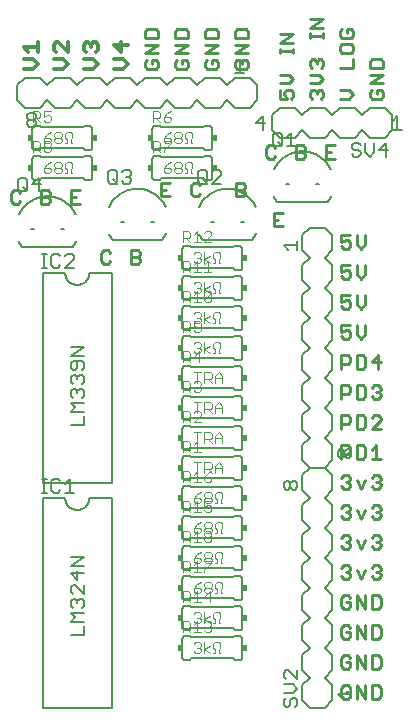
<source format=gto>
G75*
%MOIN*%
%OFA0B0*%
%FSLAX25Y25*%
%IPPOS*%
%LPD*%
%AMOC8*
5,1,8,0,0,1.08239X$1,22.5*
%
%ADD10C,0.01200*%
%ADD11C,0.01100*%
%ADD12C,0.00600*%
%ADD13C,0.00500*%
%ADD14C,0.00400*%
%ADD15R,0.01500X0.02000*%
D10*
X0013096Y0219100D02*
X0016299Y0219100D01*
X0017900Y0220701D01*
X0016299Y0222303D01*
X0013096Y0222303D01*
X0014697Y0224625D02*
X0013096Y0226226D01*
X0017900Y0226226D01*
X0017900Y0224625D02*
X0017900Y0227827D01*
X0023096Y0227027D02*
X0023096Y0225425D01*
X0023897Y0224625D01*
X0023096Y0222303D02*
X0026299Y0222303D01*
X0027900Y0220701D01*
X0026299Y0219100D01*
X0023096Y0219100D01*
X0027900Y0224625D02*
X0024697Y0227827D01*
X0023897Y0227827D01*
X0023096Y0227027D01*
X0027900Y0227827D02*
X0027900Y0224625D01*
X0033096Y0225425D02*
X0033096Y0227027D01*
X0033897Y0227827D01*
X0034697Y0227827D01*
X0035498Y0227027D01*
X0036299Y0227827D01*
X0037099Y0227827D01*
X0037900Y0227027D01*
X0037900Y0225425D01*
X0037099Y0224625D01*
X0035498Y0226226D02*
X0035498Y0227027D01*
X0033897Y0224625D02*
X0033096Y0225425D01*
X0033096Y0222303D02*
X0036299Y0222303D01*
X0037900Y0220701D01*
X0036299Y0219100D01*
X0033096Y0219100D01*
X0043096Y0219100D02*
X0046299Y0219100D01*
X0047900Y0220701D01*
X0046299Y0222303D01*
X0043096Y0222303D01*
X0045498Y0224625D02*
X0045498Y0227827D01*
X0047900Y0227027D02*
X0043096Y0227027D01*
X0045498Y0224625D01*
D11*
X0053546Y0224114D02*
X0057950Y0227050D01*
X0053546Y0227050D01*
X0053546Y0229179D02*
X0053546Y0231381D01*
X0054280Y0232114D01*
X0057216Y0232114D01*
X0057950Y0231381D01*
X0057950Y0229179D01*
X0053546Y0229179D01*
X0053546Y0224114D02*
X0057950Y0224114D01*
X0057216Y0221986D02*
X0055748Y0221986D01*
X0055748Y0220518D01*
X0054280Y0221986D02*
X0053546Y0221252D01*
X0053546Y0219784D01*
X0054280Y0219050D01*
X0057216Y0219050D01*
X0057950Y0219784D01*
X0057950Y0221252D01*
X0057216Y0221986D01*
X0063546Y0221252D02*
X0063546Y0219784D01*
X0064280Y0219050D01*
X0067216Y0219050D01*
X0067950Y0219784D01*
X0067950Y0221252D01*
X0067216Y0221986D01*
X0065748Y0221986D01*
X0065748Y0220518D01*
X0064280Y0221986D02*
X0063546Y0221252D01*
X0063546Y0224114D02*
X0067950Y0227050D01*
X0063546Y0227050D01*
X0063546Y0229179D02*
X0063546Y0231381D01*
X0064280Y0232114D01*
X0067216Y0232114D01*
X0067950Y0231381D01*
X0067950Y0229179D01*
X0063546Y0229179D01*
X0063546Y0224114D02*
X0067950Y0224114D01*
X0073546Y0224114D02*
X0077950Y0227050D01*
X0073546Y0227050D01*
X0073546Y0229179D02*
X0073546Y0231381D01*
X0074280Y0232114D01*
X0077216Y0232114D01*
X0077950Y0231381D01*
X0077950Y0229179D01*
X0073546Y0229179D01*
X0073546Y0224114D02*
X0077950Y0224114D01*
X0077216Y0221986D02*
X0075748Y0221986D01*
X0075748Y0220518D01*
X0074280Y0221986D02*
X0073546Y0221252D01*
X0073546Y0219784D01*
X0074280Y0219050D01*
X0077216Y0219050D01*
X0077950Y0219784D01*
X0077950Y0221252D01*
X0077216Y0221986D01*
X0083546Y0221252D02*
X0083546Y0219784D01*
X0084280Y0219050D01*
X0087216Y0219050D01*
X0087950Y0219784D01*
X0087950Y0221252D01*
X0087216Y0221986D01*
X0085748Y0221986D01*
X0085748Y0220518D01*
X0084280Y0221986D02*
X0083546Y0221252D01*
X0083546Y0224114D02*
X0087950Y0227050D01*
X0083546Y0227050D01*
X0083546Y0229179D02*
X0083546Y0231381D01*
X0084280Y0232114D01*
X0087216Y0232114D01*
X0087950Y0231381D01*
X0087950Y0229179D01*
X0083546Y0229179D01*
X0083546Y0224114D02*
X0087950Y0224114D01*
X0098546Y0224243D02*
X0098546Y0225711D01*
X0098546Y0224977D02*
X0102950Y0224977D01*
X0102950Y0224243D02*
X0102950Y0225711D01*
X0102950Y0227619D02*
X0098546Y0227619D01*
X0102950Y0230555D01*
X0098546Y0230555D01*
X0098546Y0217050D02*
X0101482Y0217050D01*
X0102950Y0215582D01*
X0101482Y0214114D01*
X0098546Y0214114D01*
X0098546Y0211986D02*
X0098546Y0209050D01*
X0100748Y0209050D01*
X0100014Y0210518D01*
X0100014Y0211252D01*
X0100748Y0211986D01*
X0102216Y0211986D01*
X0102950Y0211252D01*
X0102950Y0209784D01*
X0102216Y0209050D01*
X0108546Y0209784D02*
X0108546Y0211252D01*
X0109280Y0211986D01*
X0110014Y0211986D01*
X0110748Y0211252D01*
X0111482Y0211986D01*
X0112216Y0211986D01*
X0112950Y0211252D01*
X0112950Y0209784D01*
X0112216Y0209050D01*
X0110748Y0210518D02*
X0110748Y0211252D01*
X0109280Y0209050D02*
X0108546Y0209784D01*
X0108546Y0214114D02*
X0111482Y0214114D01*
X0112950Y0215582D01*
X0111482Y0217050D01*
X0108546Y0217050D01*
X0109280Y0219179D02*
X0108546Y0219913D01*
X0108546Y0221381D01*
X0109280Y0222114D01*
X0110014Y0222114D01*
X0110748Y0221381D01*
X0111482Y0222114D01*
X0112216Y0222114D01*
X0112950Y0221381D01*
X0112950Y0219913D01*
X0112216Y0219179D01*
X0110748Y0220647D02*
X0110748Y0221381D01*
X0108546Y0229307D02*
X0108546Y0230775D01*
X0108546Y0230041D02*
X0112950Y0230041D01*
X0112950Y0229307D02*
X0112950Y0230775D01*
X0112950Y0232684D02*
X0108546Y0232684D01*
X0112950Y0235619D01*
X0108546Y0235619D01*
X0118546Y0231509D02*
X0118546Y0230041D01*
X0119280Y0229307D01*
X0122216Y0229307D01*
X0122950Y0230041D01*
X0122950Y0231509D01*
X0122216Y0232243D01*
X0120748Y0232243D01*
X0120748Y0230775D01*
X0119280Y0232243D02*
X0118546Y0231509D01*
X0119280Y0227179D02*
X0118546Y0226445D01*
X0118546Y0224977D01*
X0119280Y0224243D01*
X0122216Y0224243D01*
X0122950Y0224977D01*
X0122950Y0226445D01*
X0122216Y0227179D01*
X0119280Y0227179D01*
X0122950Y0222114D02*
X0122950Y0219179D01*
X0118546Y0219179D01*
X0118546Y0211986D02*
X0121482Y0211986D01*
X0122950Y0210518D01*
X0121482Y0209050D01*
X0118546Y0209050D01*
X0128546Y0209784D02*
X0129280Y0209050D01*
X0132216Y0209050D01*
X0132950Y0209784D01*
X0132950Y0211252D01*
X0132216Y0211986D01*
X0130748Y0211986D01*
X0130748Y0210518D01*
X0129280Y0211986D02*
X0128546Y0211252D01*
X0128546Y0209784D01*
X0128546Y0214114D02*
X0132950Y0217050D01*
X0128546Y0217050D01*
X0128546Y0219179D02*
X0128546Y0221381D01*
X0129280Y0222114D01*
X0132216Y0222114D01*
X0132950Y0221381D01*
X0132950Y0219179D01*
X0128546Y0219179D01*
X0128546Y0214114D02*
X0132950Y0214114D01*
X0116986Y0193454D02*
X0114050Y0193454D01*
X0114050Y0189050D01*
X0116986Y0189050D01*
X0115518Y0191252D02*
X0114050Y0191252D01*
X0106986Y0191986D02*
X0106252Y0191252D01*
X0104050Y0191252D01*
X0104050Y0189050D02*
X0104050Y0193454D01*
X0106252Y0193454D01*
X0106986Y0192720D01*
X0106986Y0191986D01*
X0106252Y0191252D02*
X0106986Y0190518D01*
X0106986Y0189784D01*
X0106252Y0189050D01*
X0104050Y0189050D01*
X0096986Y0189784D02*
X0096252Y0189050D01*
X0094784Y0189050D01*
X0094050Y0189784D01*
X0094050Y0192720D01*
X0094784Y0193454D01*
X0096252Y0193454D01*
X0096986Y0192720D01*
X0086252Y0180954D02*
X0086986Y0180220D01*
X0086986Y0179486D01*
X0086252Y0178752D01*
X0084050Y0178752D01*
X0084050Y0176550D02*
X0084050Y0180954D01*
X0086252Y0180954D01*
X0086252Y0178752D02*
X0086986Y0178018D01*
X0086986Y0177284D01*
X0086252Y0176550D01*
X0084050Y0176550D01*
X0071986Y0177284D02*
X0071252Y0176550D01*
X0069784Y0176550D01*
X0069050Y0177284D01*
X0069050Y0180220D01*
X0069784Y0180954D01*
X0071252Y0180954D01*
X0071986Y0180220D01*
X0061986Y0180954D02*
X0059050Y0180954D01*
X0059050Y0176550D01*
X0061986Y0176550D01*
X0060518Y0178752D02*
X0059050Y0178752D01*
X0051252Y0158454D02*
X0049050Y0158454D01*
X0049050Y0154050D01*
X0051252Y0154050D01*
X0051986Y0154784D01*
X0051986Y0155518D01*
X0051252Y0156252D01*
X0049050Y0156252D01*
X0051252Y0156252D02*
X0051986Y0156986D01*
X0051986Y0157720D01*
X0051252Y0158454D01*
X0041986Y0157720D02*
X0041252Y0158454D01*
X0039784Y0158454D01*
X0039050Y0157720D01*
X0039050Y0154784D01*
X0039784Y0154050D01*
X0041252Y0154050D01*
X0041986Y0154784D01*
X0031986Y0174050D02*
X0029050Y0174050D01*
X0029050Y0178454D01*
X0031986Y0178454D01*
X0030518Y0176252D02*
X0029050Y0176252D01*
X0021986Y0176986D02*
X0021252Y0176252D01*
X0019050Y0176252D01*
X0019050Y0174050D02*
X0019050Y0178454D01*
X0021252Y0178454D01*
X0021986Y0177720D01*
X0021986Y0176986D01*
X0021252Y0176252D02*
X0021986Y0175518D01*
X0021986Y0174784D01*
X0021252Y0174050D01*
X0019050Y0174050D01*
X0011986Y0174784D02*
X0011252Y0174050D01*
X0009784Y0174050D01*
X0009050Y0174784D01*
X0009050Y0177720D01*
X0009784Y0178454D01*
X0011252Y0178454D01*
X0011986Y0177720D01*
X0096550Y0170954D02*
X0096550Y0166550D01*
X0099486Y0166550D01*
X0098018Y0168752D02*
X0096550Y0168752D01*
X0096550Y0170954D02*
X0099486Y0170954D01*
X0119050Y0163454D02*
X0119050Y0161252D01*
X0120518Y0161986D01*
X0121252Y0161986D01*
X0121986Y0161252D01*
X0121986Y0159784D01*
X0121252Y0159050D01*
X0119784Y0159050D01*
X0119050Y0159784D01*
X0119050Y0163454D02*
X0121986Y0163454D01*
X0124114Y0163454D02*
X0124114Y0160518D01*
X0125582Y0159050D01*
X0127050Y0160518D01*
X0127050Y0163454D01*
X0127050Y0153454D02*
X0127050Y0150518D01*
X0125582Y0149050D01*
X0124114Y0150518D01*
X0124114Y0153454D01*
X0121986Y0153454D02*
X0119050Y0153454D01*
X0119050Y0151252D01*
X0120518Y0151986D01*
X0121252Y0151986D01*
X0121986Y0151252D01*
X0121986Y0149784D01*
X0121252Y0149050D01*
X0119784Y0149050D01*
X0119050Y0149784D01*
X0119050Y0143454D02*
X0119050Y0141252D01*
X0120518Y0141986D01*
X0121252Y0141986D01*
X0121986Y0141252D01*
X0121986Y0139784D01*
X0121252Y0139050D01*
X0119784Y0139050D01*
X0119050Y0139784D01*
X0119050Y0143454D02*
X0121986Y0143454D01*
X0124114Y0143454D02*
X0124114Y0140518D01*
X0125582Y0139050D01*
X0127050Y0140518D01*
X0127050Y0143454D01*
X0127050Y0133454D02*
X0127050Y0130518D01*
X0125582Y0129050D01*
X0124114Y0130518D01*
X0124114Y0133454D01*
X0121986Y0133454D02*
X0119050Y0133454D01*
X0119050Y0131252D01*
X0120518Y0131986D01*
X0121252Y0131986D01*
X0121986Y0131252D01*
X0121986Y0129784D01*
X0121252Y0129050D01*
X0119784Y0129050D01*
X0119050Y0129784D01*
X0119050Y0123454D02*
X0121252Y0123454D01*
X0121986Y0122720D01*
X0121986Y0121252D01*
X0121252Y0120518D01*
X0119050Y0120518D01*
X0119050Y0119050D02*
X0119050Y0123454D01*
X0124114Y0123454D02*
X0124114Y0119050D01*
X0126316Y0119050D01*
X0127050Y0119784D01*
X0127050Y0122720D01*
X0126316Y0123454D01*
X0124114Y0123454D01*
X0129179Y0121252D02*
X0132114Y0121252D01*
X0131381Y0119050D02*
X0131381Y0123454D01*
X0129179Y0121252D01*
X0129913Y0113454D02*
X0131381Y0113454D01*
X0132114Y0112720D01*
X0132114Y0111986D01*
X0131381Y0111252D01*
X0132114Y0110518D01*
X0132114Y0109784D01*
X0131381Y0109050D01*
X0129913Y0109050D01*
X0129179Y0109784D01*
X0130647Y0111252D02*
X0131381Y0111252D01*
X0129179Y0112720D02*
X0129913Y0113454D01*
X0127050Y0112720D02*
X0127050Y0109784D01*
X0126316Y0109050D01*
X0124114Y0109050D01*
X0124114Y0113454D01*
X0126316Y0113454D01*
X0127050Y0112720D01*
X0121986Y0112720D02*
X0121986Y0111252D01*
X0121252Y0110518D01*
X0119050Y0110518D01*
X0119050Y0109050D02*
X0119050Y0113454D01*
X0121252Y0113454D01*
X0121986Y0112720D01*
X0121252Y0103454D02*
X0119050Y0103454D01*
X0119050Y0099050D01*
X0119050Y0100518D02*
X0121252Y0100518D01*
X0121986Y0101252D01*
X0121986Y0102720D01*
X0121252Y0103454D01*
X0124114Y0103454D02*
X0124114Y0099050D01*
X0126316Y0099050D01*
X0127050Y0099784D01*
X0127050Y0102720D01*
X0126316Y0103454D01*
X0124114Y0103454D01*
X0129179Y0102720D02*
X0129913Y0103454D01*
X0131381Y0103454D01*
X0132114Y0102720D01*
X0132114Y0101986D01*
X0129179Y0099050D01*
X0132114Y0099050D01*
X0130647Y0093454D02*
X0129179Y0091986D01*
X0130647Y0093454D02*
X0130647Y0089050D01*
X0132114Y0089050D02*
X0129179Y0089050D01*
X0127050Y0089784D02*
X0127050Y0092720D01*
X0126316Y0093454D01*
X0124114Y0093454D01*
X0124114Y0089050D01*
X0126316Y0089050D01*
X0127050Y0089784D01*
X0121986Y0091252D02*
X0121252Y0090518D01*
X0119050Y0090518D01*
X0119050Y0089050D02*
X0119050Y0093454D01*
X0121252Y0093454D01*
X0121986Y0092720D01*
X0121986Y0091252D01*
X0121252Y0083454D02*
X0119784Y0083454D01*
X0119050Y0082720D01*
X0120518Y0081252D02*
X0121252Y0081252D01*
X0121986Y0080518D01*
X0121986Y0079784D01*
X0121252Y0079050D01*
X0119784Y0079050D01*
X0119050Y0079784D01*
X0121252Y0081252D02*
X0121986Y0081986D01*
X0121986Y0082720D01*
X0121252Y0083454D01*
X0124114Y0081986D02*
X0125582Y0079050D01*
X0127050Y0081986D01*
X0129179Y0082720D02*
X0129913Y0083454D01*
X0131381Y0083454D01*
X0132114Y0082720D01*
X0132114Y0081986D01*
X0131381Y0081252D01*
X0132114Y0080518D01*
X0132114Y0079784D01*
X0131381Y0079050D01*
X0129913Y0079050D01*
X0129179Y0079784D01*
X0130647Y0081252D02*
X0131381Y0081252D01*
X0131381Y0073454D02*
X0129913Y0073454D01*
X0129179Y0072720D01*
X0130647Y0071252D02*
X0131381Y0071252D01*
X0132114Y0070518D01*
X0132114Y0069784D01*
X0131381Y0069050D01*
X0129913Y0069050D01*
X0129179Y0069784D01*
X0131381Y0071252D02*
X0132114Y0071986D01*
X0132114Y0072720D01*
X0131381Y0073454D01*
X0127050Y0071986D02*
X0125582Y0069050D01*
X0124114Y0071986D01*
X0121986Y0071986D02*
X0121986Y0072720D01*
X0121252Y0073454D01*
X0119784Y0073454D01*
X0119050Y0072720D01*
X0120518Y0071252D02*
X0121252Y0071252D01*
X0121986Y0070518D01*
X0121986Y0069784D01*
X0121252Y0069050D01*
X0119784Y0069050D01*
X0119050Y0069784D01*
X0121252Y0071252D02*
X0121986Y0071986D01*
X0121252Y0063454D02*
X0119784Y0063454D01*
X0119050Y0062720D01*
X0120518Y0061252D02*
X0121252Y0061252D01*
X0121986Y0060518D01*
X0121986Y0059784D01*
X0121252Y0059050D01*
X0119784Y0059050D01*
X0119050Y0059784D01*
X0121252Y0061252D02*
X0121986Y0061986D01*
X0121986Y0062720D01*
X0121252Y0063454D01*
X0124114Y0061986D02*
X0125582Y0059050D01*
X0127050Y0061986D01*
X0129179Y0062720D02*
X0129913Y0063454D01*
X0131381Y0063454D01*
X0132114Y0062720D01*
X0132114Y0061986D01*
X0131381Y0061252D01*
X0132114Y0060518D01*
X0132114Y0059784D01*
X0131381Y0059050D01*
X0129913Y0059050D01*
X0129179Y0059784D01*
X0130647Y0061252D02*
X0131381Y0061252D01*
X0131381Y0053454D02*
X0129913Y0053454D01*
X0129179Y0052720D01*
X0130647Y0051252D02*
X0131381Y0051252D01*
X0132114Y0050518D01*
X0132114Y0049784D01*
X0131381Y0049050D01*
X0129913Y0049050D01*
X0129179Y0049784D01*
X0131381Y0051252D02*
X0132114Y0051986D01*
X0132114Y0052720D01*
X0131381Y0053454D01*
X0127050Y0051986D02*
X0125582Y0049050D01*
X0124114Y0051986D01*
X0121986Y0051986D02*
X0121252Y0051252D01*
X0121986Y0050518D01*
X0121986Y0049784D01*
X0121252Y0049050D01*
X0119784Y0049050D01*
X0119050Y0049784D01*
X0120518Y0051252D02*
X0121252Y0051252D01*
X0121986Y0051986D02*
X0121986Y0052720D01*
X0121252Y0053454D01*
X0119784Y0053454D01*
X0119050Y0052720D01*
X0119784Y0043454D02*
X0119050Y0042720D01*
X0119050Y0039784D01*
X0119784Y0039050D01*
X0121252Y0039050D01*
X0121986Y0039784D01*
X0121986Y0041252D01*
X0120518Y0041252D01*
X0121986Y0042720D02*
X0121252Y0043454D01*
X0119784Y0043454D01*
X0124114Y0043454D02*
X0124114Y0039050D01*
X0127050Y0039050D02*
X0124114Y0043454D01*
X0127050Y0043454D02*
X0127050Y0039050D01*
X0129179Y0039050D02*
X0129179Y0043454D01*
X0131381Y0043454D01*
X0132114Y0042720D01*
X0132114Y0039784D01*
X0131381Y0039050D01*
X0129179Y0039050D01*
X0129179Y0033454D02*
X0131381Y0033454D01*
X0132114Y0032720D01*
X0132114Y0029784D01*
X0131381Y0029050D01*
X0129179Y0029050D01*
X0129179Y0033454D01*
X0127050Y0033454D02*
X0127050Y0029050D01*
X0124114Y0033454D01*
X0124114Y0029050D01*
X0121986Y0029784D02*
X0121986Y0031252D01*
X0120518Y0031252D01*
X0121986Y0032720D02*
X0121252Y0033454D01*
X0119784Y0033454D01*
X0119050Y0032720D01*
X0119050Y0029784D01*
X0119784Y0029050D01*
X0121252Y0029050D01*
X0121986Y0029784D01*
X0121252Y0023454D02*
X0119784Y0023454D01*
X0119050Y0022720D01*
X0119050Y0019784D01*
X0119784Y0019050D01*
X0121252Y0019050D01*
X0121986Y0019784D01*
X0121986Y0021252D01*
X0120518Y0021252D01*
X0121986Y0022720D02*
X0121252Y0023454D01*
X0124114Y0023454D02*
X0124114Y0019050D01*
X0127050Y0019050D02*
X0124114Y0023454D01*
X0127050Y0023454D02*
X0127050Y0019050D01*
X0129179Y0019050D02*
X0129179Y0023454D01*
X0131381Y0023454D01*
X0132114Y0022720D01*
X0132114Y0019784D01*
X0131381Y0019050D01*
X0129179Y0019050D01*
X0129179Y0013454D02*
X0131381Y0013454D01*
X0132114Y0012720D01*
X0132114Y0009784D01*
X0131381Y0009050D01*
X0129179Y0009050D01*
X0129179Y0013454D01*
X0127050Y0013454D02*
X0127050Y0009050D01*
X0124114Y0013454D01*
X0124114Y0009050D01*
X0121986Y0009784D02*
X0121986Y0011252D01*
X0120518Y0011252D01*
X0121986Y0012720D02*
X0121252Y0013454D01*
X0119784Y0013454D01*
X0119050Y0012720D01*
X0119050Y0009784D01*
X0119784Y0009050D01*
X0121252Y0009050D01*
X0121986Y0009784D01*
D12*
X0042500Y0006000D02*
X0019500Y0006000D01*
X0019500Y0076000D01*
X0027000Y0076000D01*
X0027002Y0075874D01*
X0027008Y0075749D01*
X0027018Y0075624D01*
X0027032Y0075499D01*
X0027049Y0075374D01*
X0027071Y0075250D01*
X0027096Y0075127D01*
X0027126Y0075005D01*
X0027159Y0074884D01*
X0027196Y0074764D01*
X0027236Y0074645D01*
X0027281Y0074528D01*
X0027329Y0074411D01*
X0027381Y0074297D01*
X0027436Y0074184D01*
X0027495Y0074073D01*
X0027557Y0073964D01*
X0027623Y0073857D01*
X0027692Y0073752D01*
X0027764Y0073649D01*
X0027839Y0073548D01*
X0027918Y0073450D01*
X0028000Y0073355D01*
X0028084Y0073262D01*
X0028172Y0073172D01*
X0028262Y0073084D01*
X0028355Y0073000D01*
X0028450Y0072918D01*
X0028548Y0072839D01*
X0028649Y0072764D01*
X0028752Y0072692D01*
X0028857Y0072623D01*
X0028964Y0072557D01*
X0029073Y0072495D01*
X0029184Y0072436D01*
X0029297Y0072381D01*
X0029411Y0072329D01*
X0029528Y0072281D01*
X0029645Y0072236D01*
X0029764Y0072196D01*
X0029884Y0072159D01*
X0030005Y0072126D01*
X0030127Y0072096D01*
X0030250Y0072071D01*
X0030374Y0072049D01*
X0030499Y0072032D01*
X0030624Y0072018D01*
X0030749Y0072008D01*
X0030874Y0072002D01*
X0031000Y0072000D01*
X0031126Y0072002D01*
X0031251Y0072008D01*
X0031376Y0072018D01*
X0031501Y0072032D01*
X0031626Y0072049D01*
X0031750Y0072071D01*
X0031873Y0072096D01*
X0031995Y0072126D01*
X0032116Y0072159D01*
X0032236Y0072196D01*
X0032355Y0072236D01*
X0032472Y0072281D01*
X0032589Y0072329D01*
X0032703Y0072381D01*
X0032816Y0072436D01*
X0032927Y0072495D01*
X0033036Y0072557D01*
X0033143Y0072623D01*
X0033248Y0072692D01*
X0033351Y0072764D01*
X0033452Y0072839D01*
X0033550Y0072918D01*
X0033645Y0073000D01*
X0033738Y0073084D01*
X0033828Y0073172D01*
X0033916Y0073262D01*
X0034000Y0073355D01*
X0034082Y0073450D01*
X0034161Y0073548D01*
X0034236Y0073649D01*
X0034308Y0073752D01*
X0034377Y0073857D01*
X0034443Y0073964D01*
X0034505Y0074073D01*
X0034564Y0074184D01*
X0034619Y0074297D01*
X0034671Y0074411D01*
X0034719Y0074528D01*
X0034764Y0074645D01*
X0034804Y0074764D01*
X0034841Y0074884D01*
X0034874Y0075005D01*
X0034904Y0075127D01*
X0034929Y0075250D01*
X0034951Y0075374D01*
X0034968Y0075499D01*
X0034982Y0075624D01*
X0034992Y0075749D01*
X0034998Y0075874D01*
X0035000Y0076000D01*
X0042500Y0076000D01*
X0042500Y0006000D01*
X0066000Y0023000D02*
X0066000Y0029000D01*
X0066002Y0029060D01*
X0066007Y0029121D01*
X0066016Y0029180D01*
X0066029Y0029239D01*
X0066045Y0029298D01*
X0066065Y0029355D01*
X0066088Y0029410D01*
X0066115Y0029465D01*
X0066144Y0029517D01*
X0066177Y0029568D01*
X0066213Y0029617D01*
X0066251Y0029663D01*
X0066293Y0029707D01*
X0066337Y0029749D01*
X0066383Y0029787D01*
X0066432Y0029823D01*
X0066483Y0029856D01*
X0066535Y0029885D01*
X0066590Y0029912D01*
X0066645Y0029935D01*
X0066702Y0029955D01*
X0066761Y0029971D01*
X0066820Y0029984D01*
X0066879Y0029993D01*
X0066940Y0029998D01*
X0067000Y0030000D01*
X0068500Y0030000D01*
X0069000Y0029500D01*
X0083000Y0029500D01*
X0083500Y0030000D01*
X0085000Y0030000D01*
X0085060Y0029998D01*
X0085121Y0029993D01*
X0085180Y0029984D01*
X0085239Y0029971D01*
X0085298Y0029955D01*
X0085355Y0029935D01*
X0085410Y0029912D01*
X0085465Y0029885D01*
X0085517Y0029856D01*
X0085568Y0029823D01*
X0085617Y0029787D01*
X0085663Y0029749D01*
X0085707Y0029707D01*
X0085749Y0029663D01*
X0085787Y0029617D01*
X0085823Y0029568D01*
X0085856Y0029517D01*
X0085885Y0029465D01*
X0085912Y0029410D01*
X0085935Y0029355D01*
X0085955Y0029298D01*
X0085971Y0029239D01*
X0085984Y0029180D01*
X0085993Y0029121D01*
X0085998Y0029060D01*
X0086000Y0029000D01*
X0086000Y0023000D01*
X0085998Y0022940D01*
X0085993Y0022879D01*
X0085984Y0022820D01*
X0085971Y0022761D01*
X0085955Y0022702D01*
X0085935Y0022645D01*
X0085912Y0022590D01*
X0085885Y0022535D01*
X0085856Y0022483D01*
X0085823Y0022432D01*
X0085787Y0022383D01*
X0085749Y0022337D01*
X0085707Y0022293D01*
X0085663Y0022251D01*
X0085617Y0022213D01*
X0085568Y0022177D01*
X0085517Y0022144D01*
X0085465Y0022115D01*
X0085410Y0022088D01*
X0085355Y0022065D01*
X0085298Y0022045D01*
X0085239Y0022029D01*
X0085180Y0022016D01*
X0085121Y0022007D01*
X0085060Y0022002D01*
X0085000Y0022000D01*
X0083500Y0022000D01*
X0083000Y0022500D01*
X0069000Y0022500D01*
X0068500Y0022000D01*
X0067000Y0022000D01*
X0066940Y0022002D01*
X0066879Y0022007D01*
X0066820Y0022016D01*
X0066761Y0022029D01*
X0066702Y0022045D01*
X0066645Y0022065D01*
X0066590Y0022088D01*
X0066535Y0022115D01*
X0066483Y0022144D01*
X0066432Y0022177D01*
X0066383Y0022213D01*
X0066337Y0022251D01*
X0066293Y0022293D01*
X0066251Y0022337D01*
X0066213Y0022383D01*
X0066177Y0022432D01*
X0066144Y0022483D01*
X0066115Y0022535D01*
X0066088Y0022590D01*
X0066065Y0022645D01*
X0066045Y0022702D01*
X0066029Y0022761D01*
X0066016Y0022820D01*
X0066007Y0022879D01*
X0066002Y0022940D01*
X0066000Y0023000D01*
X0067000Y0032000D02*
X0068500Y0032000D01*
X0069000Y0032500D01*
X0083000Y0032500D01*
X0083500Y0032000D01*
X0085000Y0032000D01*
X0085060Y0032002D01*
X0085121Y0032007D01*
X0085180Y0032016D01*
X0085239Y0032029D01*
X0085298Y0032045D01*
X0085355Y0032065D01*
X0085410Y0032088D01*
X0085465Y0032115D01*
X0085517Y0032144D01*
X0085568Y0032177D01*
X0085617Y0032213D01*
X0085663Y0032251D01*
X0085707Y0032293D01*
X0085749Y0032337D01*
X0085787Y0032383D01*
X0085823Y0032432D01*
X0085856Y0032483D01*
X0085885Y0032535D01*
X0085912Y0032590D01*
X0085935Y0032645D01*
X0085955Y0032702D01*
X0085971Y0032761D01*
X0085984Y0032820D01*
X0085993Y0032879D01*
X0085998Y0032940D01*
X0086000Y0033000D01*
X0086000Y0039000D01*
X0085998Y0039060D01*
X0085993Y0039121D01*
X0085984Y0039180D01*
X0085971Y0039239D01*
X0085955Y0039298D01*
X0085935Y0039355D01*
X0085912Y0039410D01*
X0085885Y0039465D01*
X0085856Y0039517D01*
X0085823Y0039568D01*
X0085787Y0039617D01*
X0085749Y0039663D01*
X0085707Y0039707D01*
X0085663Y0039749D01*
X0085617Y0039787D01*
X0085568Y0039823D01*
X0085517Y0039856D01*
X0085465Y0039885D01*
X0085410Y0039912D01*
X0085355Y0039935D01*
X0085298Y0039955D01*
X0085239Y0039971D01*
X0085180Y0039984D01*
X0085121Y0039993D01*
X0085060Y0039998D01*
X0085000Y0040000D01*
X0083500Y0040000D01*
X0083000Y0039500D01*
X0069000Y0039500D01*
X0068500Y0040000D01*
X0067000Y0040000D01*
X0066940Y0039998D01*
X0066879Y0039993D01*
X0066820Y0039984D01*
X0066761Y0039971D01*
X0066702Y0039955D01*
X0066645Y0039935D01*
X0066590Y0039912D01*
X0066535Y0039885D01*
X0066483Y0039856D01*
X0066432Y0039823D01*
X0066383Y0039787D01*
X0066337Y0039749D01*
X0066293Y0039707D01*
X0066251Y0039663D01*
X0066213Y0039617D01*
X0066177Y0039568D01*
X0066144Y0039517D01*
X0066115Y0039465D01*
X0066088Y0039410D01*
X0066065Y0039355D01*
X0066045Y0039298D01*
X0066029Y0039239D01*
X0066016Y0039180D01*
X0066007Y0039121D01*
X0066002Y0039060D01*
X0066000Y0039000D01*
X0066000Y0033000D01*
X0066002Y0032940D01*
X0066007Y0032879D01*
X0066016Y0032820D01*
X0066029Y0032761D01*
X0066045Y0032702D01*
X0066065Y0032645D01*
X0066088Y0032590D01*
X0066115Y0032535D01*
X0066144Y0032483D01*
X0066177Y0032432D01*
X0066213Y0032383D01*
X0066251Y0032337D01*
X0066293Y0032293D01*
X0066337Y0032251D01*
X0066383Y0032213D01*
X0066432Y0032177D01*
X0066483Y0032144D01*
X0066535Y0032115D01*
X0066590Y0032088D01*
X0066645Y0032065D01*
X0066702Y0032045D01*
X0066761Y0032029D01*
X0066820Y0032016D01*
X0066879Y0032007D01*
X0066940Y0032002D01*
X0067000Y0032000D01*
X0067000Y0042000D02*
X0068500Y0042000D01*
X0069000Y0042500D01*
X0083000Y0042500D01*
X0083500Y0042000D01*
X0085000Y0042000D01*
X0085060Y0042002D01*
X0085121Y0042007D01*
X0085180Y0042016D01*
X0085239Y0042029D01*
X0085298Y0042045D01*
X0085355Y0042065D01*
X0085410Y0042088D01*
X0085465Y0042115D01*
X0085517Y0042144D01*
X0085568Y0042177D01*
X0085617Y0042213D01*
X0085663Y0042251D01*
X0085707Y0042293D01*
X0085749Y0042337D01*
X0085787Y0042383D01*
X0085823Y0042432D01*
X0085856Y0042483D01*
X0085885Y0042535D01*
X0085912Y0042590D01*
X0085935Y0042645D01*
X0085955Y0042702D01*
X0085971Y0042761D01*
X0085984Y0042820D01*
X0085993Y0042879D01*
X0085998Y0042940D01*
X0086000Y0043000D01*
X0086000Y0049000D01*
X0085998Y0049060D01*
X0085993Y0049121D01*
X0085984Y0049180D01*
X0085971Y0049239D01*
X0085955Y0049298D01*
X0085935Y0049355D01*
X0085912Y0049410D01*
X0085885Y0049465D01*
X0085856Y0049517D01*
X0085823Y0049568D01*
X0085787Y0049617D01*
X0085749Y0049663D01*
X0085707Y0049707D01*
X0085663Y0049749D01*
X0085617Y0049787D01*
X0085568Y0049823D01*
X0085517Y0049856D01*
X0085465Y0049885D01*
X0085410Y0049912D01*
X0085355Y0049935D01*
X0085298Y0049955D01*
X0085239Y0049971D01*
X0085180Y0049984D01*
X0085121Y0049993D01*
X0085060Y0049998D01*
X0085000Y0050000D01*
X0083500Y0050000D01*
X0083000Y0049500D01*
X0069000Y0049500D01*
X0068500Y0050000D01*
X0067000Y0050000D01*
X0066940Y0049998D01*
X0066879Y0049993D01*
X0066820Y0049984D01*
X0066761Y0049971D01*
X0066702Y0049955D01*
X0066645Y0049935D01*
X0066590Y0049912D01*
X0066535Y0049885D01*
X0066483Y0049856D01*
X0066432Y0049823D01*
X0066383Y0049787D01*
X0066337Y0049749D01*
X0066293Y0049707D01*
X0066251Y0049663D01*
X0066213Y0049617D01*
X0066177Y0049568D01*
X0066144Y0049517D01*
X0066115Y0049465D01*
X0066088Y0049410D01*
X0066065Y0049355D01*
X0066045Y0049298D01*
X0066029Y0049239D01*
X0066016Y0049180D01*
X0066007Y0049121D01*
X0066002Y0049060D01*
X0066000Y0049000D01*
X0066000Y0043000D01*
X0066002Y0042940D01*
X0066007Y0042879D01*
X0066016Y0042820D01*
X0066029Y0042761D01*
X0066045Y0042702D01*
X0066065Y0042645D01*
X0066088Y0042590D01*
X0066115Y0042535D01*
X0066144Y0042483D01*
X0066177Y0042432D01*
X0066213Y0042383D01*
X0066251Y0042337D01*
X0066293Y0042293D01*
X0066337Y0042251D01*
X0066383Y0042213D01*
X0066432Y0042177D01*
X0066483Y0042144D01*
X0066535Y0042115D01*
X0066590Y0042088D01*
X0066645Y0042065D01*
X0066702Y0042045D01*
X0066761Y0042029D01*
X0066820Y0042016D01*
X0066879Y0042007D01*
X0066940Y0042002D01*
X0067000Y0042000D01*
X0067000Y0052000D02*
X0068500Y0052000D01*
X0069000Y0052500D01*
X0083000Y0052500D01*
X0083500Y0052000D01*
X0085000Y0052000D01*
X0085060Y0052002D01*
X0085121Y0052007D01*
X0085180Y0052016D01*
X0085239Y0052029D01*
X0085298Y0052045D01*
X0085355Y0052065D01*
X0085410Y0052088D01*
X0085465Y0052115D01*
X0085517Y0052144D01*
X0085568Y0052177D01*
X0085617Y0052213D01*
X0085663Y0052251D01*
X0085707Y0052293D01*
X0085749Y0052337D01*
X0085787Y0052383D01*
X0085823Y0052432D01*
X0085856Y0052483D01*
X0085885Y0052535D01*
X0085912Y0052590D01*
X0085935Y0052645D01*
X0085955Y0052702D01*
X0085971Y0052761D01*
X0085984Y0052820D01*
X0085993Y0052879D01*
X0085998Y0052940D01*
X0086000Y0053000D01*
X0086000Y0059000D01*
X0085998Y0059060D01*
X0085993Y0059121D01*
X0085984Y0059180D01*
X0085971Y0059239D01*
X0085955Y0059298D01*
X0085935Y0059355D01*
X0085912Y0059410D01*
X0085885Y0059465D01*
X0085856Y0059517D01*
X0085823Y0059568D01*
X0085787Y0059617D01*
X0085749Y0059663D01*
X0085707Y0059707D01*
X0085663Y0059749D01*
X0085617Y0059787D01*
X0085568Y0059823D01*
X0085517Y0059856D01*
X0085465Y0059885D01*
X0085410Y0059912D01*
X0085355Y0059935D01*
X0085298Y0059955D01*
X0085239Y0059971D01*
X0085180Y0059984D01*
X0085121Y0059993D01*
X0085060Y0059998D01*
X0085000Y0060000D01*
X0083500Y0060000D01*
X0083000Y0059500D01*
X0069000Y0059500D01*
X0068500Y0060000D01*
X0067000Y0060000D01*
X0066940Y0059998D01*
X0066879Y0059993D01*
X0066820Y0059984D01*
X0066761Y0059971D01*
X0066702Y0059955D01*
X0066645Y0059935D01*
X0066590Y0059912D01*
X0066535Y0059885D01*
X0066483Y0059856D01*
X0066432Y0059823D01*
X0066383Y0059787D01*
X0066337Y0059749D01*
X0066293Y0059707D01*
X0066251Y0059663D01*
X0066213Y0059617D01*
X0066177Y0059568D01*
X0066144Y0059517D01*
X0066115Y0059465D01*
X0066088Y0059410D01*
X0066065Y0059355D01*
X0066045Y0059298D01*
X0066029Y0059239D01*
X0066016Y0059180D01*
X0066007Y0059121D01*
X0066002Y0059060D01*
X0066000Y0059000D01*
X0066000Y0053000D01*
X0066002Y0052940D01*
X0066007Y0052879D01*
X0066016Y0052820D01*
X0066029Y0052761D01*
X0066045Y0052702D01*
X0066065Y0052645D01*
X0066088Y0052590D01*
X0066115Y0052535D01*
X0066144Y0052483D01*
X0066177Y0052432D01*
X0066213Y0052383D01*
X0066251Y0052337D01*
X0066293Y0052293D01*
X0066337Y0052251D01*
X0066383Y0052213D01*
X0066432Y0052177D01*
X0066483Y0052144D01*
X0066535Y0052115D01*
X0066590Y0052088D01*
X0066645Y0052065D01*
X0066702Y0052045D01*
X0066761Y0052029D01*
X0066820Y0052016D01*
X0066879Y0052007D01*
X0066940Y0052002D01*
X0067000Y0052000D01*
X0067000Y0062000D02*
X0068500Y0062000D01*
X0069000Y0062500D01*
X0083000Y0062500D01*
X0083500Y0062000D01*
X0085000Y0062000D01*
X0085060Y0062002D01*
X0085121Y0062007D01*
X0085180Y0062016D01*
X0085239Y0062029D01*
X0085298Y0062045D01*
X0085355Y0062065D01*
X0085410Y0062088D01*
X0085465Y0062115D01*
X0085517Y0062144D01*
X0085568Y0062177D01*
X0085617Y0062213D01*
X0085663Y0062251D01*
X0085707Y0062293D01*
X0085749Y0062337D01*
X0085787Y0062383D01*
X0085823Y0062432D01*
X0085856Y0062483D01*
X0085885Y0062535D01*
X0085912Y0062590D01*
X0085935Y0062645D01*
X0085955Y0062702D01*
X0085971Y0062761D01*
X0085984Y0062820D01*
X0085993Y0062879D01*
X0085998Y0062940D01*
X0086000Y0063000D01*
X0086000Y0069000D01*
X0085998Y0069060D01*
X0085993Y0069121D01*
X0085984Y0069180D01*
X0085971Y0069239D01*
X0085955Y0069298D01*
X0085935Y0069355D01*
X0085912Y0069410D01*
X0085885Y0069465D01*
X0085856Y0069517D01*
X0085823Y0069568D01*
X0085787Y0069617D01*
X0085749Y0069663D01*
X0085707Y0069707D01*
X0085663Y0069749D01*
X0085617Y0069787D01*
X0085568Y0069823D01*
X0085517Y0069856D01*
X0085465Y0069885D01*
X0085410Y0069912D01*
X0085355Y0069935D01*
X0085298Y0069955D01*
X0085239Y0069971D01*
X0085180Y0069984D01*
X0085121Y0069993D01*
X0085060Y0069998D01*
X0085000Y0070000D01*
X0083500Y0070000D01*
X0083000Y0069500D01*
X0069000Y0069500D01*
X0068500Y0070000D01*
X0067000Y0070000D01*
X0066940Y0069998D01*
X0066879Y0069993D01*
X0066820Y0069984D01*
X0066761Y0069971D01*
X0066702Y0069955D01*
X0066645Y0069935D01*
X0066590Y0069912D01*
X0066535Y0069885D01*
X0066483Y0069856D01*
X0066432Y0069823D01*
X0066383Y0069787D01*
X0066337Y0069749D01*
X0066293Y0069707D01*
X0066251Y0069663D01*
X0066213Y0069617D01*
X0066177Y0069568D01*
X0066144Y0069517D01*
X0066115Y0069465D01*
X0066088Y0069410D01*
X0066065Y0069355D01*
X0066045Y0069298D01*
X0066029Y0069239D01*
X0066016Y0069180D01*
X0066007Y0069121D01*
X0066002Y0069060D01*
X0066000Y0069000D01*
X0066000Y0063000D01*
X0066002Y0062940D01*
X0066007Y0062879D01*
X0066016Y0062820D01*
X0066029Y0062761D01*
X0066045Y0062702D01*
X0066065Y0062645D01*
X0066088Y0062590D01*
X0066115Y0062535D01*
X0066144Y0062483D01*
X0066177Y0062432D01*
X0066213Y0062383D01*
X0066251Y0062337D01*
X0066293Y0062293D01*
X0066337Y0062251D01*
X0066383Y0062213D01*
X0066432Y0062177D01*
X0066483Y0062144D01*
X0066535Y0062115D01*
X0066590Y0062088D01*
X0066645Y0062065D01*
X0066702Y0062045D01*
X0066761Y0062029D01*
X0066820Y0062016D01*
X0066879Y0062007D01*
X0066940Y0062002D01*
X0067000Y0062000D01*
X0067000Y0072000D02*
X0068500Y0072000D01*
X0069000Y0072500D01*
X0083000Y0072500D01*
X0083500Y0072000D01*
X0085000Y0072000D01*
X0085060Y0072002D01*
X0085121Y0072007D01*
X0085180Y0072016D01*
X0085239Y0072029D01*
X0085298Y0072045D01*
X0085355Y0072065D01*
X0085410Y0072088D01*
X0085465Y0072115D01*
X0085517Y0072144D01*
X0085568Y0072177D01*
X0085617Y0072213D01*
X0085663Y0072251D01*
X0085707Y0072293D01*
X0085749Y0072337D01*
X0085787Y0072383D01*
X0085823Y0072432D01*
X0085856Y0072483D01*
X0085885Y0072535D01*
X0085912Y0072590D01*
X0085935Y0072645D01*
X0085955Y0072702D01*
X0085971Y0072761D01*
X0085984Y0072820D01*
X0085993Y0072879D01*
X0085998Y0072940D01*
X0086000Y0073000D01*
X0086000Y0079000D01*
X0085998Y0079060D01*
X0085993Y0079121D01*
X0085984Y0079180D01*
X0085971Y0079239D01*
X0085955Y0079298D01*
X0085935Y0079355D01*
X0085912Y0079410D01*
X0085885Y0079465D01*
X0085856Y0079517D01*
X0085823Y0079568D01*
X0085787Y0079617D01*
X0085749Y0079663D01*
X0085707Y0079707D01*
X0085663Y0079749D01*
X0085617Y0079787D01*
X0085568Y0079823D01*
X0085517Y0079856D01*
X0085465Y0079885D01*
X0085410Y0079912D01*
X0085355Y0079935D01*
X0085298Y0079955D01*
X0085239Y0079971D01*
X0085180Y0079984D01*
X0085121Y0079993D01*
X0085060Y0079998D01*
X0085000Y0080000D01*
X0083500Y0080000D01*
X0083000Y0079500D01*
X0069000Y0079500D01*
X0068500Y0080000D01*
X0067000Y0080000D01*
X0066940Y0079998D01*
X0066879Y0079993D01*
X0066820Y0079984D01*
X0066761Y0079971D01*
X0066702Y0079955D01*
X0066645Y0079935D01*
X0066590Y0079912D01*
X0066535Y0079885D01*
X0066483Y0079856D01*
X0066432Y0079823D01*
X0066383Y0079787D01*
X0066337Y0079749D01*
X0066293Y0079707D01*
X0066251Y0079663D01*
X0066213Y0079617D01*
X0066177Y0079568D01*
X0066144Y0079517D01*
X0066115Y0079465D01*
X0066088Y0079410D01*
X0066065Y0079355D01*
X0066045Y0079298D01*
X0066029Y0079239D01*
X0066016Y0079180D01*
X0066007Y0079121D01*
X0066002Y0079060D01*
X0066000Y0079000D01*
X0066000Y0073000D01*
X0066002Y0072940D01*
X0066007Y0072879D01*
X0066016Y0072820D01*
X0066029Y0072761D01*
X0066045Y0072702D01*
X0066065Y0072645D01*
X0066088Y0072590D01*
X0066115Y0072535D01*
X0066144Y0072483D01*
X0066177Y0072432D01*
X0066213Y0072383D01*
X0066251Y0072337D01*
X0066293Y0072293D01*
X0066337Y0072251D01*
X0066383Y0072213D01*
X0066432Y0072177D01*
X0066483Y0072144D01*
X0066535Y0072115D01*
X0066590Y0072088D01*
X0066645Y0072065D01*
X0066702Y0072045D01*
X0066761Y0072029D01*
X0066820Y0072016D01*
X0066879Y0072007D01*
X0066940Y0072002D01*
X0067000Y0072000D01*
X0067000Y0082000D02*
X0068500Y0082000D01*
X0069000Y0082500D01*
X0083000Y0082500D01*
X0083500Y0082000D01*
X0085000Y0082000D01*
X0085060Y0082002D01*
X0085121Y0082007D01*
X0085180Y0082016D01*
X0085239Y0082029D01*
X0085298Y0082045D01*
X0085355Y0082065D01*
X0085410Y0082088D01*
X0085465Y0082115D01*
X0085517Y0082144D01*
X0085568Y0082177D01*
X0085617Y0082213D01*
X0085663Y0082251D01*
X0085707Y0082293D01*
X0085749Y0082337D01*
X0085787Y0082383D01*
X0085823Y0082432D01*
X0085856Y0082483D01*
X0085885Y0082535D01*
X0085912Y0082590D01*
X0085935Y0082645D01*
X0085955Y0082702D01*
X0085971Y0082761D01*
X0085984Y0082820D01*
X0085993Y0082879D01*
X0085998Y0082940D01*
X0086000Y0083000D01*
X0086000Y0089000D01*
X0085998Y0089060D01*
X0085993Y0089121D01*
X0085984Y0089180D01*
X0085971Y0089239D01*
X0085955Y0089298D01*
X0085935Y0089355D01*
X0085912Y0089410D01*
X0085885Y0089465D01*
X0085856Y0089517D01*
X0085823Y0089568D01*
X0085787Y0089617D01*
X0085749Y0089663D01*
X0085707Y0089707D01*
X0085663Y0089749D01*
X0085617Y0089787D01*
X0085568Y0089823D01*
X0085517Y0089856D01*
X0085465Y0089885D01*
X0085410Y0089912D01*
X0085355Y0089935D01*
X0085298Y0089955D01*
X0085239Y0089971D01*
X0085180Y0089984D01*
X0085121Y0089993D01*
X0085060Y0089998D01*
X0085000Y0090000D01*
X0083500Y0090000D01*
X0083000Y0089500D01*
X0069000Y0089500D01*
X0068500Y0090000D01*
X0067000Y0090000D01*
X0066940Y0089998D01*
X0066879Y0089993D01*
X0066820Y0089984D01*
X0066761Y0089971D01*
X0066702Y0089955D01*
X0066645Y0089935D01*
X0066590Y0089912D01*
X0066535Y0089885D01*
X0066483Y0089856D01*
X0066432Y0089823D01*
X0066383Y0089787D01*
X0066337Y0089749D01*
X0066293Y0089707D01*
X0066251Y0089663D01*
X0066213Y0089617D01*
X0066177Y0089568D01*
X0066144Y0089517D01*
X0066115Y0089465D01*
X0066088Y0089410D01*
X0066065Y0089355D01*
X0066045Y0089298D01*
X0066029Y0089239D01*
X0066016Y0089180D01*
X0066007Y0089121D01*
X0066002Y0089060D01*
X0066000Y0089000D01*
X0066000Y0083000D01*
X0066002Y0082940D01*
X0066007Y0082879D01*
X0066016Y0082820D01*
X0066029Y0082761D01*
X0066045Y0082702D01*
X0066065Y0082645D01*
X0066088Y0082590D01*
X0066115Y0082535D01*
X0066144Y0082483D01*
X0066177Y0082432D01*
X0066213Y0082383D01*
X0066251Y0082337D01*
X0066293Y0082293D01*
X0066337Y0082251D01*
X0066383Y0082213D01*
X0066432Y0082177D01*
X0066483Y0082144D01*
X0066535Y0082115D01*
X0066590Y0082088D01*
X0066645Y0082065D01*
X0066702Y0082045D01*
X0066761Y0082029D01*
X0066820Y0082016D01*
X0066879Y0082007D01*
X0066940Y0082002D01*
X0067000Y0082000D01*
X0067000Y0092000D02*
X0068500Y0092000D01*
X0069000Y0092500D01*
X0083000Y0092500D01*
X0083500Y0092000D01*
X0085000Y0092000D01*
X0085060Y0092002D01*
X0085121Y0092007D01*
X0085180Y0092016D01*
X0085239Y0092029D01*
X0085298Y0092045D01*
X0085355Y0092065D01*
X0085410Y0092088D01*
X0085465Y0092115D01*
X0085517Y0092144D01*
X0085568Y0092177D01*
X0085617Y0092213D01*
X0085663Y0092251D01*
X0085707Y0092293D01*
X0085749Y0092337D01*
X0085787Y0092383D01*
X0085823Y0092432D01*
X0085856Y0092483D01*
X0085885Y0092535D01*
X0085912Y0092590D01*
X0085935Y0092645D01*
X0085955Y0092702D01*
X0085971Y0092761D01*
X0085984Y0092820D01*
X0085993Y0092879D01*
X0085998Y0092940D01*
X0086000Y0093000D01*
X0086000Y0099000D01*
X0085998Y0099060D01*
X0085993Y0099121D01*
X0085984Y0099180D01*
X0085971Y0099239D01*
X0085955Y0099298D01*
X0085935Y0099355D01*
X0085912Y0099410D01*
X0085885Y0099465D01*
X0085856Y0099517D01*
X0085823Y0099568D01*
X0085787Y0099617D01*
X0085749Y0099663D01*
X0085707Y0099707D01*
X0085663Y0099749D01*
X0085617Y0099787D01*
X0085568Y0099823D01*
X0085517Y0099856D01*
X0085465Y0099885D01*
X0085410Y0099912D01*
X0085355Y0099935D01*
X0085298Y0099955D01*
X0085239Y0099971D01*
X0085180Y0099984D01*
X0085121Y0099993D01*
X0085060Y0099998D01*
X0085000Y0100000D01*
X0083500Y0100000D01*
X0083000Y0099500D01*
X0069000Y0099500D01*
X0068500Y0100000D01*
X0067000Y0100000D01*
X0066940Y0099998D01*
X0066879Y0099993D01*
X0066820Y0099984D01*
X0066761Y0099971D01*
X0066702Y0099955D01*
X0066645Y0099935D01*
X0066590Y0099912D01*
X0066535Y0099885D01*
X0066483Y0099856D01*
X0066432Y0099823D01*
X0066383Y0099787D01*
X0066337Y0099749D01*
X0066293Y0099707D01*
X0066251Y0099663D01*
X0066213Y0099617D01*
X0066177Y0099568D01*
X0066144Y0099517D01*
X0066115Y0099465D01*
X0066088Y0099410D01*
X0066065Y0099355D01*
X0066045Y0099298D01*
X0066029Y0099239D01*
X0066016Y0099180D01*
X0066007Y0099121D01*
X0066002Y0099060D01*
X0066000Y0099000D01*
X0066000Y0093000D01*
X0066002Y0092940D01*
X0066007Y0092879D01*
X0066016Y0092820D01*
X0066029Y0092761D01*
X0066045Y0092702D01*
X0066065Y0092645D01*
X0066088Y0092590D01*
X0066115Y0092535D01*
X0066144Y0092483D01*
X0066177Y0092432D01*
X0066213Y0092383D01*
X0066251Y0092337D01*
X0066293Y0092293D01*
X0066337Y0092251D01*
X0066383Y0092213D01*
X0066432Y0092177D01*
X0066483Y0092144D01*
X0066535Y0092115D01*
X0066590Y0092088D01*
X0066645Y0092065D01*
X0066702Y0092045D01*
X0066761Y0092029D01*
X0066820Y0092016D01*
X0066879Y0092007D01*
X0066940Y0092002D01*
X0067000Y0092000D01*
X0067000Y0102000D02*
X0068500Y0102000D01*
X0069000Y0102500D01*
X0083000Y0102500D01*
X0083500Y0102000D01*
X0085000Y0102000D01*
X0085060Y0102002D01*
X0085121Y0102007D01*
X0085180Y0102016D01*
X0085239Y0102029D01*
X0085298Y0102045D01*
X0085355Y0102065D01*
X0085410Y0102088D01*
X0085465Y0102115D01*
X0085517Y0102144D01*
X0085568Y0102177D01*
X0085617Y0102213D01*
X0085663Y0102251D01*
X0085707Y0102293D01*
X0085749Y0102337D01*
X0085787Y0102383D01*
X0085823Y0102432D01*
X0085856Y0102483D01*
X0085885Y0102535D01*
X0085912Y0102590D01*
X0085935Y0102645D01*
X0085955Y0102702D01*
X0085971Y0102761D01*
X0085984Y0102820D01*
X0085993Y0102879D01*
X0085998Y0102940D01*
X0086000Y0103000D01*
X0086000Y0109000D01*
X0085998Y0109060D01*
X0085993Y0109121D01*
X0085984Y0109180D01*
X0085971Y0109239D01*
X0085955Y0109298D01*
X0085935Y0109355D01*
X0085912Y0109410D01*
X0085885Y0109465D01*
X0085856Y0109517D01*
X0085823Y0109568D01*
X0085787Y0109617D01*
X0085749Y0109663D01*
X0085707Y0109707D01*
X0085663Y0109749D01*
X0085617Y0109787D01*
X0085568Y0109823D01*
X0085517Y0109856D01*
X0085465Y0109885D01*
X0085410Y0109912D01*
X0085355Y0109935D01*
X0085298Y0109955D01*
X0085239Y0109971D01*
X0085180Y0109984D01*
X0085121Y0109993D01*
X0085060Y0109998D01*
X0085000Y0110000D01*
X0083500Y0110000D01*
X0083000Y0109500D01*
X0069000Y0109500D01*
X0068500Y0110000D01*
X0067000Y0110000D01*
X0066940Y0109998D01*
X0066879Y0109993D01*
X0066820Y0109984D01*
X0066761Y0109971D01*
X0066702Y0109955D01*
X0066645Y0109935D01*
X0066590Y0109912D01*
X0066535Y0109885D01*
X0066483Y0109856D01*
X0066432Y0109823D01*
X0066383Y0109787D01*
X0066337Y0109749D01*
X0066293Y0109707D01*
X0066251Y0109663D01*
X0066213Y0109617D01*
X0066177Y0109568D01*
X0066144Y0109517D01*
X0066115Y0109465D01*
X0066088Y0109410D01*
X0066065Y0109355D01*
X0066045Y0109298D01*
X0066029Y0109239D01*
X0066016Y0109180D01*
X0066007Y0109121D01*
X0066002Y0109060D01*
X0066000Y0109000D01*
X0066000Y0103000D01*
X0066002Y0102940D01*
X0066007Y0102879D01*
X0066016Y0102820D01*
X0066029Y0102761D01*
X0066045Y0102702D01*
X0066065Y0102645D01*
X0066088Y0102590D01*
X0066115Y0102535D01*
X0066144Y0102483D01*
X0066177Y0102432D01*
X0066213Y0102383D01*
X0066251Y0102337D01*
X0066293Y0102293D01*
X0066337Y0102251D01*
X0066383Y0102213D01*
X0066432Y0102177D01*
X0066483Y0102144D01*
X0066535Y0102115D01*
X0066590Y0102088D01*
X0066645Y0102065D01*
X0066702Y0102045D01*
X0066761Y0102029D01*
X0066820Y0102016D01*
X0066879Y0102007D01*
X0066940Y0102002D01*
X0067000Y0102000D01*
X0067000Y0112000D02*
X0068500Y0112000D01*
X0069000Y0112500D01*
X0083000Y0112500D01*
X0083500Y0112000D01*
X0085000Y0112000D01*
X0085060Y0112002D01*
X0085121Y0112007D01*
X0085180Y0112016D01*
X0085239Y0112029D01*
X0085298Y0112045D01*
X0085355Y0112065D01*
X0085410Y0112088D01*
X0085465Y0112115D01*
X0085517Y0112144D01*
X0085568Y0112177D01*
X0085617Y0112213D01*
X0085663Y0112251D01*
X0085707Y0112293D01*
X0085749Y0112337D01*
X0085787Y0112383D01*
X0085823Y0112432D01*
X0085856Y0112483D01*
X0085885Y0112535D01*
X0085912Y0112590D01*
X0085935Y0112645D01*
X0085955Y0112702D01*
X0085971Y0112761D01*
X0085984Y0112820D01*
X0085993Y0112879D01*
X0085998Y0112940D01*
X0086000Y0113000D01*
X0086000Y0119000D01*
X0085998Y0119060D01*
X0085993Y0119121D01*
X0085984Y0119180D01*
X0085971Y0119239D01*
X0085955Y0119298D01*
X0085935Y0119355D01*
X0085912Y0119410D01*
X0085885Y0119465D01*
X0085856Y0119517D01*
X0085823Y0119568D01*
X0085787Y0119617D01*
X0085749Y0119663D01*
X0085707Y0119707D01*
X0085663Y0119749D01*
X0085617Y0119787D01*
X0085568Y0119823D01*
X0085517Y0119856D01*
X0085465Y0119885D01*
X0085410Y0119912D01*
X0085355Y0119935D01*
X0085298Y0119955D01*
X0085239Y0119971D01*
X0085180Y0119984D01*
X0085121Y0119993D01*
X0085060Y0119998D01*
X0085000Y0120000D01*
X0083500Y0120000D01*
X0083000Y0119500D01*
X0069000Y0119500D01*
X0068500Y0120000D01*
X0067000Y0120000D01*
X0066940Y0119998D01*
X0066879Y0119993D01*
X0066820Y0119984D01*
X0066761Y0119971D01*
X0066702Y0119955D01*
X0066645Y0119935D01*
X0066590Y0119912D01*
X0066535Y0119885D01*
X0066483Y0119856D01*
X0066432Y0119823D01*
X0066383Y0119787D01*
X0066337Y0119749D01*
X0066293Y0119707D01*
X0066251Y0119663D01*
X0066213Y0119617D01*
X0066177Y0119568D01*
X0066144Y0119517D01*
X0066115Y0119465D01*
X0066088Y0119410D01*
X0066065Y0119355D01*
X0066045Y0119298D01*
X0066029Y0119239D01*
X0066016Y0119180D01*
X0066007Y0119121D01*
X0066002Y0119060D01*
X0066000Y0119000D01*
X0066000Y0113000D01*
X0066002Y0112940D01*
X0066007Y0112879D01*
X0066016Y0112820D01*
X0066029Y0112761D01*
X0066045Y0112702D01*
X0066065Y0112645D01*
X0066088Y0112590D01*
X0066115Y0112535D01*
X0066144Y0112483D01*
X0066177Y0112432D01*
X0066213Y0112383D01*
X0066251Y0112337D01*
X0066293Y0112293D01*
X0066337Y0112251D01*
X0066383Y0112213D01*
X0066432Y0112177D01*
X0066483Y0112144D01*
X0066535Y0112115D01*
X0066590Y0112088D01*
X0066645Y0112065D01*
X0066702Y0112045D01*
X0066761Y0112029D01*
X0066820Y0112016D01*
X0066879Y0112007D01*
X0066940Y0112002D01*
X0067000Y0112000D01*
X0067000Y0122000D02*
X0068500Y0122000D01*
X0069000Y0122500D01*
X0083000Y0122500D01*
X0083500Y0122000D01*
X0085000Y0122000D01*
X0085060Y0122002D01*
X0085121Y0122007D01*
X0085180Y0122016D01*
X0085239Y0122029D01*
X0085298Y0122045D01*
X0085355Y0122065D01*
X0085410Y0122088D01*
X0085465Y0122115D01*
X0085517Y0122144D01*
X0085568Y0122177D01*
X0085617Y0122213D01*
X0085663Y0122251D01*
X0085707Y0122293D01*
X0085749Y0122337D01*
X0085787Y0122383D01*
X0085823Y0122432D01*
X0085856Y0122483D01*
X0085885Y0122535D01*
X0085912Y0122590D01*
X0085935Y0122645D01*
X0085955Y0122702D01*
X0085971Y0122761D01*
X0085984Y0122820D01*
X0085993Y0122879D01*
X0085998Y0122940D01*
X0086000Y0123000D01*
X0086000Y0129000D01*
X0085998Y0129060D01*
X0085993Y0129121D01*
X0085984Y0129180D01*
X0085971Y0129239D01*
X0085955Y0129298D01*
X0085935Y0129355D01*
X0085912Y0129410D01*
X0085885Y0129465D01*
X0085856Y0129517D01*
X0085823Y0129568D01*
X0085787Y0129617D01*
X0085749Y0129663D01*
X0085707Y0129707D01*
X0085663Y0129749D01*
X0085617Y0129787D01*
X0085568Y0129823D01*
X0085517Y0129856D01*
X0085465Y0129885D01*
X0085410Y0129912D01*
X0085355Y0129935D01*
X0085298Y0129955D01*
X0085239Y0129971D01*
X0085180Y0129984D01*
X0085121Y0129993D01*
X0085060Y0129998D01*
X0085000Y0130000D01*
X0083500Y0130000D01*
X0083000Y0129500D01*
X0069000Y0129500D01*
X0068500Y0130000D01*
X0067000Y0130000D01*
X0066940Y0129998D01*
X0066879Y0129993D01*
X0066820Y0129984D01*
X0066761Y0129971D01*
X0066702Y0129955D01*
X0066645Y0129935D01*
X0066590Y0129912D01*
X0066535Y0129885D01*
X0066483Y0129856D01*
X0066432Y0129823D01*
X0066383Y0129787D01*
X0066337Y0129749D01*
X0066293Y0129707D01*
X0066251Y0129663D01*
X0066213Y0129617D01*
X0066177Y0129568D01*
X0066144Y0129517D01*
X0066115Y0129465D01*
X0066088Y0129410D01*
X0066065Y0129355D01*
X0066045Y0129298D01*
X0066029Y0129239D01*
X0066016Y0129180D01*
X0066007Y0129121D01*
X0066002Y0129060D01*
X0066000Y0129000D01*
X0066000Y0123000D01*
X0066002Y0122940D01*
X0066007Y0122879D01*
X0066016Y0122820D01*
X0066029Y0122761D01*
X0066045Y0122702D01*
X0066065Y0122645D01*
X0066088Y0122590D01*
X0066115Y0122535D01*
X0066144Y0122483D01*
X0066177Y0122432D01*
X0066213Y0122383D01*
X0066251Y0122337D01*
X0066293Y0122293D01*
X0066337Y0122251D01*
X0066383Y0122213D01*
X0066432Y0122177D01*
X0066483Y0122144D01*
X0066535Y0122115D01*
X0066590Y0122088D01*
X0066645Y0122065D01*
X0066702Y0122045D01*
X0066761Y0122029D01*
X0066820Y0122016D01*
X0066879Y0122007D01*
X0066940Y0122002D01*
X0067000Y0122000D01*
X0067000Y0132000D02*
X0068500Y0132000D01*
X0069000Y0132500D01*
X0083000Y0132500D01*
X0083500Y0132000D01*
X0085000Y0132000D01*
X0085060Y0132002D01*
X0085121Y0132007D01*
X0085180Y0132016D01*
X0085239Y0132029D01*
X0085298Y0132045D01*
X0085355Y0132065D01*
X0085410Y0132088D01*
X0085465Y0132115D01*
X0085517Y0132144D01*
X0085568Y0132177D01*
X0085617Y0132213D01*
X0085663Y0132251D01*
X0085707Y0132293D01*
X0085749Y0132337D01*
X0085787Y0132383D01*
X0085823Y0132432D01*
X0085856Y0132483D01*
X0085885Y0132535D01*
X0085912Y0132590D01*
X0085935Y0132645D01*
X0085955Y0132702D01*
X0085971Y0132761D01*
X0085984Y0132820D01*
X0085993Y0132879D01*
X0085998Y0132940D01*
X0086000Y0133000D01*
X0086000Y0139000D01*
X0085998Y0139060D01*
X0085993Y0139121D01*
X0085984Y0139180D01*
X0085971Y0139239D01*
X0085955Y0139298D01*
X0085935Y0139355D01*
X0085912Y0139410D01*
X0085885Y0139465D01*
X0085856Y0139517D01*
X0085823Y0139568D01*
X0085787Y0139617D01*
X0085749Y0139663D01*
X0085707Y0139707D01*
X0085663Y0139749D01*
X0085617Y0139787D01*
X0085568Y0139823D01*
X0085517Y0139856D01*
X0085465Y0139885D01*
X0085410Y0139912D01*
X0085355Y0139935D01*
X0085298Y0139955D01*
X0085239Y0139971D01*
X0085180Y0139984D01*
X0085121Y0139993D01*
X0085060Y0139998D01*
X0085000Y0140000D01*
X0083500Y0140000D01*
X0083000Y0139500D01*
X0069000Y0139500D01*
X0068500Y0140000D01*
X0067000Y0140000D01*
X0066940Y0139998D01*
X0066879Y0139993D01*
X0066820Y0139984D01*
X0066761Y0139971D01*
X0066702Y0139955D01*
X0066645Y0139935D01*
X0066590Y0139912D01*
X0066535Y0139885D01*
X0066483Y0139856D01*
X0066432Y0139823D01*
X0066383Y0139787D01*
X0066337Y0139749D01*
X0066293Y0139707D01*
X0066251Y0139663D01*
X0066213Y0139617D01*
X0066177Y0139568D01*
X0066144Y0139517D01*
X0066115Y0139465D01*
X0066088Y0139410D01*
X0066065Y0139355D01*
X0066045Y0139298D01*
X0066029Y0139239D01*
X0066016Y0139180D01*
X0066007Y0139121D01*
X0066002Y0139060D01*
X0066000Y0139000D01*
X0066000Y0133000D01*
X0066002Y0132940D01*
X0066007Y0132879D01*
X0066016Y0132820D01*
X0066029Y0132761D01*
X0066045Y0132702D01*
X0066065Y0132645D01*
X0066088Y0132590D01*
X0066115Y0132535D01*
X0066144Y0132483D01*
X0066177Y0132432D01*
X0066213Y0132383D01*
X0066251Y0132337D01*
X0066293Y0132293D01*
X0066337Y0132251D01*
X0066383Y0132213D01*
X0066432Y0132177D01*
X0066483Y0132144D01*
X0066535Y0132115D01*
X0066590Y0132088D01*
X0066645Y0132065D01*
X0066702Y0132045D01*
X0066761Y0132029D01*
X0066820Y0132016D01*
X0066879Y0132007D01*
X0066940Y0132002D01*
X0067000Y0132000D01*
X0067000Y0142000D02*
X0068500Y0142000D01*
X0069000Y0142500D01*
X0083000Y0142500D01*
X0083500Y0142000D01*
X0085000Y0142000D01*
X0085060Y0142002D01*
X0085121Y0142007D01*
X0085180Y0142016D01*
X0085239Y0142029D01*
X0085298Y0142045D01*
X0085355Y0142065D01*
X0085410Y0142088D01*
X0085465Y0142115D01*
X0085517Y0142144D01*
X0085568Y0142177D01*
X0085617Y0142213D01*
X0085663Y0142251D01*
X0085707Y0142293D01*
X0085749Y0142337D01*
X0085787Y0142383D01*
X0085823Y0142432D01*
X0085856Y0142483D01*
X0085885Y0142535D01*
X0085912Y0142590D01*
X0085935Y0142645D01*
X0085955Y0142702D01*
X0085971Y0142761D01*
X0085984Y0142820D01*
X0085993Y0142879D01*
X0085998Y0142940D01*
X0086000Y0143000D01*
X0086000Y0149000D01*
X0085998Y0149060D01*
X0085993Y0149121D01*
X0085984Y0149180D01*
X0085971Y0149239D01*
X0085955Y0149298D01*
X0085935Y0149355D01*
X0085912Y0149410D01*
X0085885Y0149465D01*
X0085856Y0149517D01*
X0085823Y0149568D01*
X0085787Y0149617D01*
X0085749Y0149663D01*
X0085707Y0149707D01*
X0085663Y0149749D01*
X0085617Y0149787D01*
X0085568Y0149823D01*
X0085517Y0149856D01*
X0085465Y0149885D01*
X0085410Y0149912D01*
X0085355Y0149935D01*
X0085298Y0149955D01*
X0085239Y0149971D01*
X0085180Y0149984D01*
X0085121Y0149993D01*
X0085060Y0149998D01*
X0085000Y0150000D01*
X0083500Y0150000D01*
X0083000Y0149500D01*
X0069000Y0149500D01*
X0068500Y0150000D01*
X0067000Y0150000D01*
X0066940Y0149998D01*
X0066879Y0149993D01*
X0066820Y0149984D01*
X0066761Y0149971D01*
X0066702Y0149955D01*
X0066645Y0149935D01*
X0066590Y0149912D01*
X0066535Y0149885D01*
X0066483Y0149856D01*
X0066432Y0149823D01*
X0066383Y0149787D01*
X0066337Y0149749D01*
X0066293Y0149707D01*
X0066251Y0149663D01*
X0066213Y0149617D01*
X0066177Y0149568D01*
X0066144Y0149517D01*
X0066115Y0149465D01*
X0066088Y0149410D01*
X0066065Y0149355D01*
X0066045Y0149298D01*
X0066029Y0149239D01*
X0066016Y0149180D01*
X0066007Y0149121D01*
X0066002Y0149060D01*
X0066000Y0149000D01*
X0066000Y0143000D01*
X0066002Y0142940D01*
X0066007Y0142879D01*
X0066016Y0142820D01*
X0066029Y0142761D01*
X0066045Y0142702D01*
X0066065Y0142645D01*
X0066088Y0142590D01*
X0066115Y0142535D01*
X0066144Y0142483D01*
X0066177Y0142432D01*
X0066213Y0142383D01*
X0066251Y0142337D01*
X0066293Y0142293D01*
X0066337Y0142251D01*
X0066383Y0142213D01*
X0066432Y0142177D01*
X0066483Y0142144D01*
X0066535Y0142115D01*
X0066590Y0142088D01*
X0066645Y0142065D01*
X0066702Y0142045D01*
X0066761Y0142029D01*
X0066820Y0142016D01*
X0066879Y0142007D01*
X0066940Y0142002D01*
X0067000Y0142000D01*
X0067000Y0152000D02*
X0068500Y0152000D01*
X0069000Y0152500D01*
X0083000Y0152500D01*
X0083500Y0152000D01*
X0085000Y0152000D01*
X0085060Y0152002D01*
X0085121Y0152007D01*
X0085180Y0152016D01*
X0085239Y0152029D01*
X0085298Y0152045D01*
X0085355Y0152065D01*
X0085410Y0152088D01*
X0085465Y0152115D01*
X0085517Y0152144D01*
X0085568Y0152177D01*
X0085617Y0152213D01*
X0085663Y0152251D01*
X0085707Y0152293D01*
X0085749Y0152337D01*
X0085787Y0152383D01*
X0085823Y0152432D01*
X0085856Y0152483D01*
X0085885Y0152535D01*
X0085912Y0152590D01*
X0085935Y0152645D01*
X0085955Y0152702D01*
X0085971Y0152761D01*
X0085984Y0152820D01*
X0085993Y0152879D01*
X0085998Y0152940D01*
X0086000Y0153000D01*
X0086000Y0159000D01*
X0085998Y0159060D01*
X0085993Y0159121D01*
X0085984Y0159180D01*
X0085971Y0159239D01*
X0085955Y0159298D01*
X0085935Y0159355D01*
X0085912Y0159410D01*
X0085885Y0159465D01*
X0085856Y0159517D01*
X0085823Y0159568D01*
X0085787Y0159617D01*
X0085749Y0159663D01*
X0085707Y0159707D01*
X0085663Y0159749D01*
X0085617Y0159787D01*
X0085568Y0159823D01*
X0085517Y0159856D01*
X0085465Y0159885D01*
X0085410Y0159912D01*
X0085355Y0159935D01*
X0085298Y0159955D01*
X0085239Y0159971D01*
X0085180Y0159984D01*
X0085121Y0159993D01*
X0085060Y0159998D01*
X0085000Y0160000D01*
X0083500Y0160000D01*
X0083000Y0159500D01*
X0069000Y0159500D01*
X0068500Y0160000D01*
X0067000Y0160000D01*
X0066940Y0159998D01*
X0066879Y0159993D01*
X0066820Y0159984D01*
X0066761Y0159971D01*
X0066702Y0159955D01*
X0066645Y0159935D01*
X0066590Y0159912D01*
X0066535Y0159885D01*
X0066483Y0159856D01*
X0066432Y0159823D01*
X0066383Y0159787D01*
X0066337Y0159749D01*
X0066293Y0159707D01*
X0066251Y0159663D01*
X0066213Y0159617D01*
X0066177Y0159568D01*
X0066144Y0159517D01*
X0066115Y0159465D01*
X0066088Y0159410D01*
X0066065Y0159355D01*
X0066045Y0159298D01*
X0066029Y0159239D01*
X0066016Y0159180D01*
X0066007Y0159121D01*
X0066002Y0159060D01*
X0066000Y0159000D01*
X0066000Y0153000D01*
X0066002Y0152940D01*
X0066007Y0152879D01*
X0066016Y0152820D01*
X0066029Y0152761D01*
X0066045Y0152702D01*
X0066065Y0152645D01*
X0066088Y0152590D01*
X0066115Y0152535D01*
X0066144Y0152483D01*
X0066177Y0152432D01*
X0066213Y0152383D01*
X0066251Y0152337D01*
X0066293Y0152293D01*
X0066337Y0152251D01*
X0066383Y0152213D01*
X0066432Y0152177D01*
X0066483Y0152144D01*
X0066535Y0152115D01*
X0066590Y0152088D01*
X0066645Y0152065D01*
X0066702Y0152045D01*
X0066761Y0152029D01*
X0066820Y0152016D01*
X0066879Y0152007D01*
X0066940Y0152002D01*
X0067000Y0152000D01*
X0073500Y0182000D02*
X0075000Y0182000D01*
X0075060Y0182002D01*
X0075121Y0182007D01*
X0075180Y0182016D01*
X0075239Y0182029D01*
X0075298Y0182045D01*
X0075355Y0182065D01*
X0075410Y0182088D01*
X0075465Y0182115D01*
X0075517Y0182144D01*
X0075568Y0182177D01*
X0075617Y0182213D01*
X0075663Y0182251D01*
X0075707Y0182293D01*
X0075749Y0182337D01*
X0075787Y0182383D01*
X0075823Y0182432D01*
X0075856Y0182483D01*
X0075885Y0182535D01*
X0075912Y0182590D01*
X0075935Y0182645D01*
X0075955Y0182702D01*
X0075971Y0182761D01*
X0075984Y0182820D01*
X0075993Y0182879D01*
X0075998Y0182940D01*
X0076000Y0183000D01*
X0076000Y0189000D01*
X0075998Y0189060D01*
X0075993Y0189121D01*
X0075984Y0189180D01*
X0075971Y0189239D01*
X0075955Y0189298D01*
X0075935Y0189355D01*
X0075912Y0189410D01*
X0075885Y0189465D01*
X0075856Y0189517D01*
X0075823Y0189568D01*
X0075787Y0189617D01*
X0075749Y0189663D01*
X0075707Y0189707D01*
X0075663Y0189749D01*
X0075617Y0189787D01*
X0075568Y0189823D01*
X0075517Y0189856D01*
X0075465Y0189885D01*
X0075410Y0189912D01*
X0075355Y0189935D01*
X0075298Y0189955D01*
X0075239Y0189971D01*
X0075180Y0189984D01*
X0075121Y0189993D01*
X0075060Y0189998D01*
X0075000Y0190000D01*
X0073500Y0190000D01*
X0073000Y0189500D01*
X0059000Y0189500D01*
X0058500Y0190000D01*
X0057000Y0190000D01*
X0056940Y0189998D01*
X0056879Y0189993D01*
X0056820Y0189984D01*
X0056761Y0189971D01*
X0056702Y0189955D01*
X0056645Y0189935D01*
X0056590Y0189912D01*
X0056535Y0189885D01*
X0056483Y0189856D01*
X0056432Y0189823D01*
X0056383Y0189787D01*
X0056337Y0189749D01*
X0056293Y0189707D01*
X0056251Y0189663D01*
X0056213Y0189617D01*
X0056177Y0189568D01*
X0056144Y0189517D01*
X0056115Y0189465D01*
X0056088Y0189410D01*
X0056065Y0189355D01*
X0056045Y0189298D01*
X0056029Y0189239D01*
X0056016Y0189180D01*
X0056007Y0189121D01*
X0056002Y0189060D01*
X0056000Y0189000D01*
X0056000Y0183000D01*
X0056002Y0182940D01*
X0056007Y0182879D01*
X0056016Y0182820D01*
X0056029Y0182761D01*
X0056045Y0182702D01*
X0056065Y0182645D01*
X0056088Y0182590D01*
X0056115Y0182535D01*
X0056144Y0182483D01*
X0056177Y0182432D01*
X0056213Y0182383D01*
X0056251Y0182337D01*
X0056293Y0182293D01*
X0056337Y0182251D01*
X0056383Y0182213D01*
X0056432Y0182177D01*
X0056483Y0182144D01*
X0056535Y0182115D01*
X0056590Y0182088D01*
X0056645Y0182065D01*
X0056702Y0182045D01*
X0056761Y0182029D01*
X0056820Y0182016D01*
X0056879Y0182007D01*
X0056940Y0182002D01*
X0057000Y0182000D01*
X0058500Y0182000D01*
X0059000Y0182500D01*
X0073000Y0182500D01*
X0073500Y0182000D01*
X0073500Y0192000D02*
X0075000Y0192000D01*
X0075060Y0192002D01*
X0075121Y0192007D01*
X0075180Y0192016D01*
X0075239Y0192029D01*
X0075298Y0192045D01*
X0075355Y0192065D01*
X0075410Y0192088D01*
X0075465Y0192115D01*
X0075517Y0192144D01*
X0075568Y0192177D01*
X0075617Y0192213D01*
X0075663Y0192251D01*
X0075707Y0192293D01*
X0075749Y0192337D01*
X0075787Y0192383D01*
X0075823Y0192432D01*
X0075856Y0192483D01*
X0075885Y0192535D01*
X0075912Y0192590D01*
X0075935Y0192645D01*
X0075955Y0192702D01*
X0075971Y0192761D01*
X0075984Y0192820D01*
X0075993Y0192879D01*
X0075998Y0192940D01*
X0076000Y0193000D01*
X0076000Y0199000D01*
X0075998Y0199060D01*
X0075993Y0199121D01*
X0075984Y0199180D01*
X0075971Y0199239D01*
X0075955Y0199298D01*
X0075935Y0199355D01*
X0075912Y0199410D01*
X0075885Y0199465D01*
X0075856Y0199517D01*
X0075823Y0199568D01*
X0075787Y0199617D01*
X0075749Y0199663D01*
X0075707Y0199707D01*
X0075663Y0199749D01*
X0075617Y0199787D01*
X0075568Y0199823D01*
X0075517Y0199856D01*
X0075465Y0199885D01*
X0075410Y0199912D01*
X0075355Y0199935D01*
X0075298Y0199955D01*
X0075239Y0199971D01*
X0075180Y0199984D01*
X0075121Y0199993D01*
X0075060Y0199998D01*
X0075000Y0200000D01*
X0073500Y0200000D01*
X0073000Y0199500D01*
X0059000Y0199500D01*
X0058500Y0200000D01*
X0057000Y0200000D01*
X0056940Y0199998D01*
X0056879Y0199993D01*
X0056820Y0199984D01*
X0056761Y0199971D01*
X0056702Y0199955D01*
X0056645Y0199935D01*
X0056590Y0199912D01*
X0056535Y0199885D01*
X0056483Y0199856D01*
X0056432Y0199823D01*
X0056383Y0199787D01*
X0056337Y0199749D01*
X0056293Y0199707D01*
X0056251Y0199663D01*
X0056213Y0199617D01*
X0056177Y0199568D01*
X0056144Y0199517D01*
X0056115Y0199465D01*
X0056088Y0199410D01*
X0056065Y0199355D01*
X0056045Y0199298D01*
X0056029Y0199239D01*
X0056016Y0199180D01*
X0056007Y0199121D01*
X0056002Y0199060D01*
X0056000Y0199000D01*
X0056000Y0193000D01*
X0056002Y0192940D01*
X0056007Y0192879D01*
X0056016Y0192820D01*
X0056029Y0192761D01*
X0056045Y0192702D01*
X0056065Y0192645D01*
X0056088Y0192590D01*
X0056115Y0192535D01*
X0056144Y0192483D01*
X0056177Y0192432D01*
X0056213Y0192383D01*
X0056251Y0192337D01*
X0056293Y0192293D01*
X0056337Y0192251D01*
X0056383Y0192213D01*
X0056432Y0192177D01*
X0056483Y0192144D01*
X0056535Y0192115D01*
X0056590Y0192088D01*
X0056645Y0192065D01*
X0056702Y0192045D01*
X0056761Y0192029D01*
X0056820Y0192016D01*
X0056879Y0192007D01*
X0056940Y0192002D01*
X0057000Y0192000D01*
X0058500Y0192000D01*
X0059000Y0192500D01*
X0073000Y0192500D01*
X0073500Y0192000D01*
X0073500Y0206000D02*
X0071000Y0208500D01*
X0068500Y0206000D01*
X0063500Y0206000D01*
X0061000Y0208500D01*
X0058500Y0206000D01*
X0053500Y0206000D01*
X0051000Y0208500D01*
X0048500Y0206000D01*
X0043500Y0206000D01*
X0041000Y0208500D01*
X0038500Y0206000D01*
X0033500Y0206000D01*
X0031000Y0208500D01*
X0028500Y0206000D01*
X0023500Y0206000D01*
X0021000Y0208500D01*
X0018500Y0206000D01*
X0013500Y0206000D01*
X0011000Y0208500D01*
X0011000Y0213500D01*
X0013500Y0216000D01*
X0018500Y0216000D01*
X0021000Y0213500D01*
X0023500Y0216000D01*
X0028500Y0216000D01*
X0031000Y0213500D01*
X0033500Y0216000D01*
X0038500Y0216000D01*
X0041000Y0213500D01*
X0043500Y0216000D01*
X0048500Y0216000D01*
X0051000Y0213500D01*
X0053500Y0216000D01*
X0058500Y0216000D01*
X0061000Y0213500D01*
X0063500Y0216000D01*
X0068500Y0216000D01*
X0071000Y0213500D01*
X0073500Y0216000D01*
X0078500Y0216000D01*
X0081000Y0213500D01*
X0083500Y0216000D01*
X0088500Y0216000D01*
X0091000Y0213500D01*
X0091000Y0208500D01*
X0088500Y0206000D01*
X0083500Y0206000D01*
X0081000Y0208500D01*
X0078500Y0206000D01*
X0073500Y0206000D01*
X0096000Y0203500D02*
X0096000Y0198500D01*
X0098500Y0196000D01*
X0103500Y0196000D01*
X0106000Y0198500D01*
X0108500Y0196000D01*
X0113500Y0196000D01*
X0116000Y0198500D01*
X0118500Y0196000D01*
X0123500Y0196000D01*
X0126000Y0198500D01*
X0128500Y0196000D01*
X0133500Y0196000D01*
X0136000Y0198500D01*
X0136000Y0203500D01*
X0133500Y0206000D01*
X0128500Y0206000D01*
X0126000Y0203500D01*
X0123500Y0206000D01*
X0118500Y0206000D01*
X0116000Y0203500D01*
X0113500Y0206000D01*
X0108500Y0206000D01*
X0106000Y0203500D01*
X0103500Y0206000D01*
X0098500Y0206000D01*
X0096000Y0203500D01*
X0108500Y0166000D02*
X0106000Y0163500D01*
X0106000Y0158500D01*
X0108500Y0156000D01*
X0106000Y0153500D01*
X0106000Y0148500D01*
X0108500Y0146000D01*
X0106000Y0143500D01*
X0106000Y0138500D01*
X0108500Y0136000D01*
X0106000Y0133500D01*
X0106000Y0128500D01*
X0108500Y0126000D01*
X0106000Y0123500D01*
X0106000Y0118500D01*
X0108500Y0116000D01*
X0106000Y0113500D01*
X0106000Y0108500D01*
X0108500Y0106000D01*
X0106000Y0103500D01*
X0106000Y0098500D01*
X0108500Y0096000D01*
X0106000Y0093500D01*
X0106000Y0088500D01*
X0108500Y0086000D01*
X0113500Y0086000D01*
X0116000Y0083500D01*
X0116000Y0078500D01*
X0113500Y0076000D01*
X0116000Y0073500D01*
X0116000Y0068500D01*
X0113500Y0066000D01*
X0116000Y0063500D01*
X0116000Y0058500D01*
X0113500Y0056000D01*
X0116000Y0053500D01*
X0116000Y0048500D01*
X0113500Y0046000D01*
X0116000Y0043500D01*
X0116000Y0038500D01*
X0113500Y0036000D01*
X0116000Y0033500D01*
X0116000Y0028500D01*
X0113500Y0026000D01*
X0116000Y0023500D01*
X0116000Y0018500D01*
X0113500Y0016000D01*
X0116000Y0013500D01*
X0116000Y0008500D01*
X0113500Y0006000D01*
X0108500Y0006000D01*
X0106000Y0008500D01*
X0106000Y0013500D01*
X0108500Y0016000D01*
X0106000Y0018500D01*
X0106000Y0023500D01*
X0108500Y0026000D01*
X0106000Y0028500D01*
X0106000Y0033500D01*
X0108500Y0036000D01*
X0106000Y0038500D01*
X0106000Y0043500D01*
X0108500Y0046000D01*
X0106000Y0048500D01*
X0106000Y0053500D01*
X0108500Y0056000D01*
X0106000Y0058500D01*
X0106000Y0063500D01*
X0108500Y0066000D01*
X0106000Y0068500D01*
X0106000Y0073500D01*
X0108500Y0076000D01*
X0106000Y0078500D01*
X0106000Y0083500D01*
X0108500Y0086000D01*
X0113500Y0086000D01*
X0116000Y0088500D01*
X0116000Y0093500D01*
X0113500Y0096000D01*
X0116000Y0098500D01*
X0116000Y0103500D01*
X0113500Y0106000D01*
X0116000Y0108500D01*
X0116000Y0113500D01*
X0113500Y0116000D01*
X0116000Y0118500D01*
X0116000Y0123500D01*
X0113500Y0126000D01*
X0116000Y0128500D01*
X0116000Y0133500D01*
X0113500Y0136000D01*
X0116000Y0138500D01*
X0116000Y0143500D01*
X0113500Y0146000D01*
X0116000Y0148500D01*
X0116000Y0153500D01*
X0113500Y0156000D01*
X0116000Y0158500D01*
X0116000Y0163500D01*
X0113500Y0166000D01*
X0108500Y0166000D01*
X0042500Y0151000D02*
X0042500Y0081000D01*
X0019500Y0081000D01*
X0019500Y0151000D01*
X0027000Y0151000D01*
X0027002Y0150874D01*
X0027008Y0150749D01*
X0027018Y0150624D01*
X0027032Y0150499D01*
X0027049Y0150374D01*
X0027071Y0150250D01*
X0027096Y0150127D01*
X0027126Y0150005D01*
X0027159Y0149884D01*
X0027196Y0149764D01*
X0027236Y0149645D01*
X0027281Y0149528D01*
X0027329Y0149411D01*
X0027381Y0149297D01*
X0027436Y0149184D01*
X0027495Y0149073D01*
X0027557Y0148964D01*
X0027623Y0148857D01*
X0027692Y0148752D01*
X0027764Y0148649D01*
X0027839Y0148548D01*
X0027918Y0148450D01*
X0028000Y0148355D01*
X0028084Y0148262D01*
X0028172Y0148172D01*
X0028262Y0148084D01*
X0028355Y0148000D01*
X0028450Y0147918D01*
X0028548Y0147839D01*
X0028649Y0147764D01*
X0028752Y0147692D01*
X0028857Y0147623D01*
X0028964Y0147557D01*
X0029073Y0147495D01*
X0029184Y0147436D01*
X0029297Y0147381D01*
X0029411Y0147329D01*
X0029528Y0147281D01*
X0029645Y0147236D01*
X0029764Y0147196D01*
X0029884Y0147159D01*
X0030005Y0147126D01*
X0030127Y0147096D01*
X0030250Y0147071D01*
X0030374Y0147049D01*
X0030499Y0147032D01*
X0030624Y0147018D01*
X0030749Y0147008D01*
X0030874Y0147002D01*
X0031000Y0147000D01*
X0031126Y0147002D01*
X0031251Y0147008D01*
X0031376Y0147018D01*
X0031501Y0147032D01*
X0031626Y0147049D01*
X0031750Y0147071D01*
X0031873Y0147096D01*
X0031995Y0147126D01*
X0032116Y0147159D01*
X0032236Y0147196D01*
X0032355Y0147236D01*
X0032472Y0147281D01*
X0032589Y0147329D01*
X0032703Y0147381D01*
X0032816Y0147436D01*
X0032927Y0147495D01*
X0033036Y0147557D01*
X0033143Y0147623D01*
X0033248Y0147692D01*
X0033351Y0147764D01*
X0033452Y0147839D01*
X0033550Y0147918D01*
X0033645Y0148000D01*
X0033738Y0148084D01*
X0033828Y0148172D01*
X0033916Y0148262D01*
X0034000Y0148355D01*
X0034082Y0148450D01*
X0034161Y0148548D01*
X0034236Y0148649D01*
X0034308Y0148752D01*
X0034377Y0148857D01*
X0034443Y0148964D01*
X0034505Y0149073D01*
X0034564Y0149184D01*
X0034619Y0149297D01*
X0034671Y0149411D01*
X0034719Y0149528D01*
X0034764Y0149645D01*
X0034804Y0149764D01*
X0034841Y0149884D01*
X0034874Y0150005D01*
X0034904Y0150127D01*
X0034929Y0150250D01*
X0034951Y0150374D01*
X0034968Y0150499D01*
X0034982Y0150624D01*
X0034992Y0150749D01*
X0034998Y0150874D01*
X0035000Y0151000D01*
X0042500Y0151000D01*
X0035000Y0182000D02*
X0033500Y0182000D01*
X0033000Y0182500D01*
X0019000Y0182500D01*
X0018500Y0182000D01*
X0017000Y0182000D01*
X0016940Y0182002D01*
X0016879Y0182007D01*
X0016820Y0182016D01*
X0016761Y0182029D01*
X0016702Y0182045D01*
X0016645Y0182065D01*
X0016590Y0182088D01*
X0016535Y0182115D01*
X0016483Y0182144D01*
X0016432Y0182177D01*
X0016383Y0182213D01*
X0016337Y0182251D01*
X0016293Y0182293D01*
X0016251Y0182337D01*
X0016213Y0182383D01*
X0016177Y0182432D01*
X0016144Y0182483D01*
X0016115Y0182535D01*
X0016088Y0182590D01*
X0016065Y0182645D01*
X0016045Y0182702D01*
X0016029Y0182761D01*
X0016016Y0182820D01*
X0016007Y0182879D01*
X0016002Y0182940D01*
X0016000Y0183000D01*
X0016000Y0189000D01*
X0016002Y0189060D01*
X0016007Y0189121D01*
X0016016Y0189180D01*
X0016029Y0189239D01*
X0016045Y0189298D01*
X0016065Y0189355D01*
X0016088Y0189410D01*
X0016115Y0189465D01*
X0016144Y0189517D01*
X0016177Y0189568D01*
X0016213Y0189617D01*
X0016251Y0189663D01*
X0016293Y0189707D01*
X0016337Y0189749D01*
X0016383Y0189787D01*
X0016432Y0189823D01*
X0016483Y0189856D01*
X0016535Y0189885D01*
X0016590Y0189912D01*
X0016645Y0189935D01*
X0016702Y0189955D01*
X0016761Y0189971D01*
X0016820Y0189984D01*
X0016879Y0189993D01*
X0016940Y0189998D01*
X0017000Y0190000D01*
X0018500Y0190000D01*
X0019000Y0189500D01*
X0033000Y0189500D01*
X0033500Y0190000D01*
X0035000Y0190000D01*
X0035060Y0189998D01*
X0035121Y0189993D01*
X0035180Y0189984D01*
X0035239Y0189971D01*
X0035298Y0189955D01*
X0035355Y0189935D01*
X0035410Y0189912D01*
X0035465Y0189885D01*
X0035517Y0189856D01*
X0035568Y0189823D01*
X0035617Y0189787D01*
X0035663Y0189749D01*
X0035707Y0189707D01*
X0035749Y0189663D01*
X0035787Y0189617D01*
X0035823Y0189568D01*
X0035856Y0189517D01*
X0035885Y0189465D01*
X0035912Y0189410D01*
X0035935Y0189355D01*
X0035955Y0189298D01*
X0035971Y0189239D01*
X0035984Y0189180D01*
X0035993Y0189121D01*
X0035998Y0189060D01*
X0036000Y0189000D01*
X0036000Y0183000D01*
X0035998Y0182940D01*
X0035993Y0182879D01*
X0035984Y0182820D01*
X0035971Y0182761D01*
X0035955Y0182702D01*
X0035935Y0182645D01*
X0035912Y0182590D01*
X0035885Y0182535D01*
X0035856Y0182483D01*
X0035823Y0182432D01*
X0035787Y0182383D01*
X0035749Y0182337D01*
X0035707Y0182293D01*
X0035663Y0182251D01*
X0035617Y0182213D01*
X0035568Y0182177D01*
X0035517Y0182144D01*
X0035465Y0182115D01*
X0035410Y0182088D01*
X0035355Y0182065D01*
X0035298Y0182045D01*
X0035239Y0182029D01*
X0035180Y0182016D01*
X0035121Y0182007D01*
X0035060Y0182002D01*
X0035000Y0182000D01*
X0035000Y0192000D02*
X0033500Y0192000D01*
X0033000Y0192500D01*
X0019000Y0192500D01*
X0018500Y0192000D01*
X0017000Y0192000D01*
X0016940Y0192002D01*
X0016879Y0192007D01*
X0016820Y0192016D01*
X0016761Y0192029D01*
X0016702Y0192045D01*
X0016645Y0192065D01*
X0016590Y0192088D01*
X0016535Y0192115D01*
X0016483Y0192144D01*
X0016432Y0192177D01*
X0016383Y0192213D01*
X0016337Y0192251D01*
X0016293Y0192293D01*
X0016251Y0192337D01*
X0016213Y0192383D01*
X0016177Y0192432D01*
X0016144Y0192483D01*
X0016115Y0192535D01*
X0016088Y0192590D01*
X0016065Y0192645D01*
X0016045Y0192702D01*
X0016029Y0192761D01*
X0016016Y0192820D01*
X0016007Y0192879D01*
X0016002Y0192940D01*
X0016000Y0193000D01*
X0016000Y0199000D01*
X0016002Y0199060D01*
X0016007Y0199121D01*
X0016016Y0199180D01*
X0016029Y0199239D01*
X0016045Y0199298D01*
X0016065Y0199355D01*
X0016088Y0199410D01*
X0016115Y0199465D01*
X0016144Y0199517D01*
X0016177Y0199568D01*
X0016213Y0199617D01*
X0016251Y0199663D01*
X0016293Y0199707D01*
X0016337Y0199749D01*
X0016383Y0199787D01*
X0016432Y0199823D01*
X0016483Y0199856D01*
X0016535Y0199885D01*
X0016590Y0199912D01*
X0016645Y0199935D01*
X0016702Y0199955D01*
X0016761Y0199971D01*
X0016820Y0199984D01*
X0016879Y0199993D01*
X0016940Y0199998D01*
X0017000Y0200000D01*
X0018500Y0200000D01*
X0019000Y0199500D01*
X0033000Y0199500D01*
X0033500Y0200000D01*
X0035000Y0200000D01*
X0035060Y0199998D01*
X0035121Y0199993D01*
X0035180Y0199984D01*
X0035239Y0199971D01*
X0035298Y0199955D01*
X0035355Y0199935D01*
X0035410Y0199912D01*
X0035465Y0199885D01*
X0035517Y0199856D01*
X0035568Y0199823D01*
X0035617Y0199787D01*
X0035663Y0199749D01*
X0035707Y0199707D01*
X0035749Y0199663D01*
X0035787Y0199617D01*
X0035823Y0199568D01*
X0035856Y0199517D01*
X0035885Y0199465D01*
X0035912Y0199410D01*
X0035935Y0199355D01*
X0035955Y0199298D01*
X0035971Y0199239D01*
X0035984Y0199180D01*
X0035993Y0199121D01*
X0035998Y0199060D01*
X0036000Y0199000D01*
X0036000Y0193000D01*
X0035998Y0192940D01*
X0035993Y0192879D01*
X0035984Y0192820D01*
X0035971Y0192761D01*
X0035955Y0192702D01*
X0035935Y0192645D01*
X0035912Y0192590D01*
X0035885Y0192535D01*
X0035856Y0192483D01*
X0035823Y0192432D01*
X0035787Y0192383D01*
X0035749Y0192337D01*
X0035707Y0192293D01*
X0035663Y0192251D01*
X0035617Y0192213D01*
X0035568Y0192177D01*
X0035517Y0192144D01*
X0035465Y0192115D01*
X0035410Y0192088D01*
X0035355Y0192065D01*
X0035298Y0192045D01*
X0035239Y0192029D01*
X0035180Y0192016D01*
X0035121Y0192007D01*
X0035060Y0192002D01*
X0035000Y0192000D01*
D13*
X0042001Y0185254D02*
X0041250Y0184503D01*
X0041250Y0181501D01*
X0042001Y0180750D01*
X0043502Y0180750D01*
X0044253Y0181501D01*
X0044253Y0184503D01*
X0043502Y0185254D01*
X0042001Y0185254D01*
X0042751Y0182251D02*
X0044253Y0180750D01*
X0045854Y0181501D02*
X0046605Y0180750D01*
X0048106Y0180750D01*
X0048856Y0181501D01*
X0048856Y0182251D01*
X0048106Y0183002D01*
X0047355Y0183002D01*
X0048106Y0183002D02*
X0048856Y0183753D01*
X0048856Y0184503D01*
X0048106Y0185254D01*
X0046605Y0185254D01*
X0045854Y0184503D01*
X0041498Y0164028D02*
X0041602Y0163813D01*
X0041711Y0163600D01*
X0041825Y0163390D01*
X0041944Y0163183D01*
X0042067Y0162978D01*
X0042195Y0162776D01*
X0042328Y0162577D01*
X0042465Y0162382D01*
X0042606Y0162189D01*
X0042752Y0162000D01*
X0059248Y0162000D01*
X0056528Y0168000D02*
X0055472Y0168000D01*
X0060546Y0164122D02*
X0060439Y0163897D01*
X0060327Y0163674D01*
X0060210Y0163454D01*
X0060088Y0163237D01*
X0059960Y0163022D01*
X0059827Y0162811D01*
X0059690Y0162603D01*
X0059547Y0162399D01*
X0059400Y0162197D01*
X0059248Y0162000D01*
X0060500Y0172972D02*
X0060388Y0173202D01*
X0060271Y0173429D01*
X0060149Y0173653D01*
X0060021Y0173874D01*
X0059887Y0174091D01*
X0059749Y0174306D01*
X0059605Y0174517D01*
X0059456Y0174724D01*
X0059302Y0174928D01*
X0059144Y0175128D01*
X0058980Y0175324D01*
X0058812Y0175516D01*
X0058639Y0175704D01*
X0058461Y0175888D01*
X0058280Y0176067D01*
X0058093Y0176242D01*
X0057903Y0176412D01*
X0057709Y0176577D01*
X0057510Y0176738D01*
X0057308Y0176894D01*
X0057102Y0177045D01*
X0056892Y0177191D01*
X0056679Y0177331D01*
X0056463Y0177467D01*
X0056243Y0177597D01*
X0056020Y0177722D01*
X0055795Y0177841D01*
X0055566Y0177955D01*
X0055335Y0178063D01*
X0055101Y0178166D01*
X0054865Y0178263D01*
X0054626Y0178354D01*
X0054386Y0178439D01*
X0054143Y0178519D01*
X0053898Y0178592D01*
X0053652Y0178660D01*
X0053404Y0178721D01*
X0053155Y0178776D01*
X0052905Y0178826D01*
X0052653Y0178869D01*
X0052400Y0178906D01*
X0052147Y0178937D01*
X0051893Y0178962D01*
X0051638Y0178981D01*
X0051383Y0178993D01*
X0051128Y0178999D01*
X0050872Y0178999D01*
X0050617Y0178993D01*
X0050362Y0178981D01*
X0050107Y0178962D01*
X0049853Y0178937D01*
X0049600Y0178906D01*
X0049347Y0178869D01*
X0049095Y0178826D01*
X0048845Y0178776D01*
X0048596Y0178721D01*
X0048348Y0178660D01*
X0048102Y0178592D01*
X0047857Y0178519D01*
X0047614Y0178439D01*
X0047374Y0178354D01*
X0047135Y0178263D01*
X0046899Y0178166D01*
X0046665Y0178063D01*
X0046434Y0177955D01*
X0046205Y0177841D01*
X0045980Y0177722D01*
X0045757Y0177597D01*
X0045537Y0177467D01*
X0045321Y0177331D01*
X0045108Y0177191D01*
X0044898Y0177045D01*
X0044692Y0176894D01*
X0044490Y0176738D01*
X0044291Y0176577D01*
X0044097Y0176412D01*
X0043907Y0176242D01*
X0043720Y0176067D01*
X0043539Y0175888D01*
X0043361Y0175704D01*
X0043188Y0175516D01*
X0043020Y0175324D01*
X0042856Y0175128D01*
X0042698Y0174928D01*
X0042544Y0174724D01*
X0042395Y0174517D01*
X0042251Y0174306D01*
X0042113Y0174091D01*
X0041979Y0173874D01*
X0041851Y0173653D01*
X0041729Y0173429D01*
X0041612Y0173202D01*
X0041500Y0172972D01*
X0045472Y0168000D02*
X0046528Y0168000D01*
X0029248Y0159500D02*
X0012752Y0159500D01*
X0015472Y0165500D02*
X0016528Y0165500D01*
X0011498Y0161528D02*
X0011602Y0161313D01*
X0011711Y0161100D01*
X0011825Y0160890D01*
X0011944Y0160683D01*
X0012067Y0160478D01*
X0012195Y0160276D01*
X0012328Y0160077D01*
X0012465Y0159882D01*
X0012606Y0159689D01*
X0012752Y0159500D01*
X0019250Y0157254D02*
X0020751Y0157254D01*
X0020001Y0157254D02*
X0020001Y0152750D01*
X0020751Y0152750D02*
X0019250Y0152750D01*
X0022319Y0153501D02*
X0022319Y0156503D01*
X0023070Y0157254D01*
X0024571Y0157254D01*
X0025322Y0156503D01*
X0026923Y0156503D02*
X0027674Y0157254D01*
X0029175Y0157254D01*
X0029926Y0156503D01*
X0029926Y0155753D01*
X0026923Y0152750D01*
X0029926Y0152750D01*
X0025322Y0153501D02*
X0024571Y0152750D01*
X0023070Y0152750D01*
X0022319Y0153501D01*
X0025472Y0165500D02*
X0026528Y0165500D01*
X0030546Y0161622D02*
X0030439Y0161397D01*
X0030327Y0161174D01*
X0030210Y0160954D01*
X0030088Y0160737D01*
X0029960Y0160522D01*
X0029827Y0160311D01*
X0029690Y0160103D01*
X0029547Y0159899D01*
X0029400Y0159697D01*
X0029248Y0159500D01*
X0030500Y0170472D02*
X0030388Y0170702D01*
X0030271Y0170929D01*
X0030149Y0171153D01*
X0030021Y0171374D01*
X0029887Y0171591D01*
X0029749Y0171806D01*
X0029605Y0172017D01*
X0029456Y0172224D01*
X0029302Y0172428D01*
X0029144Y0172628D01*
X0028980Y0172824D01*
X0028812Y0173016D01*
X0028639Y0173204D01*
X0028461Y0173388D01*
X0028280Y0173567D01*
X0028093Y0173742D01*
X0027903Y0173912D01*
X0027709Y0174077D01*
X0027510Y0174238D01*
X0027308Y0174394D01*
X0027102Y0174545D01*
X0026892Y0174691D01*
X0026679Y0174831D01*
X0026463Y0174967D01*
X0026243Y0175097D01*
X0026020Y0175222D01*
X0025795Y0175341D01*
X0025566Y0175455D01*
X0025335Y0175563D01*
X0025101Y0175666D01*
X0024865Y0175763D01*
X0024626Y0175854D01*
X0024386Y0175939D01*
X0024143Y0176019D01*
X0023898Y0176092D01*
X0023652Y0176160D01*
X0023404Y0176221D01*
X0023155Y0176276D01*
X0022905Y0176326D01*
X0022653Y0176369D01*
X0022400Y0176406D01*
X0022147Y0176437D01*
X0021893Y0176462D01*
X0021638Y0176481D01*
X0021383Y0176493D01*
X0021128Y0176499D01*
X0020872Y0176499D01*
X0020617Y0176493D01*
X0020362Y0176481D01*
X0020107Y0176462D01*
X0019853Y0176437D01*
X0019600Y0176406D01*
X0019347Y0176369D01*
X0019095Y0176326D01*
X0018845Y0176276D01*
X0018596Y0176221D01*
X0018348Y0176160D01*
X0018102Y0176092D01*
X0017857Y0176019D01*
X0017614Y0175939D01*
X0017374Y0175854D01*
X0017135Y0175763D01*
X0016899Y0175666D01*
X0016665Y0175563D01*
X0016434Y0175455D01*
X0016205Y0175341D01*
X0015980Y0175222D01*
X0015757Y0175097D01*
X0015537Y0174967D01*
X0015321Y0174831D01*
X0015108Y0174691D01*
X0014898Y0174545D01*
X0014692Y0174394D01*
X0014490Y0174238D01*
X0014291Y0174077D01*
X0014097Y0173912D01*
X0013907Y0173742D01*
X0013720Y0173567D01*
X0013539Y0173388D01*
X0013361Y0173204D01*
X0013188Y0173016D01*
X0013020Y0172824D01*
X0012856Y0172628D01*
X0012698Y0172428D01*
X0012544Y0172224D01*
X0012395Y0172017D01*
X0012251Y0171806D01*
X0012113Y0171591D01*
X0011979Y0171374D01*
X0011851Y0171153D01*
X0011729Y0170929D01*
X0011612Y0170702D01*
X0011500Y0170472D01*
X0012001Y0178250D02*
X0011250Y0179001D01*
X0011250Y0182003D01*
X0012001Y0182754D01*
X0013502Y0182754D01*
X0014253Y0182003D01*
X0014253Y0179001D01*
X0013502Y0178250D01*
X0012001Y0178250D01*
X0012751Y0179751D02*
X0014253Y0178250D01*
X0015854Y0180502D02*
X0018856Y0180502D01*
X0018106Y0178250D02*
X0018106Y0182754D01*
X0015854Y0180502D01*
X0016398Y0199750D02*
X0014897Y0199750D01*
X0014146Y0200501D01*
X0014146Y0201251D01*
X0014897Y0202002D01*
X0016398Y0202002D01*
X0017149Y0201251D01*
X0017149Y0200501D01*
X0016398Y0199750D01*
X0016398Y0202002D02*
X0017149Y0202753D01*
X0017149Y0203503D01*
X0016398Y0204254D01*
X0014897Y0204254D01*
X0014146Y0203503D01*
X0014146Y0202753D01*
X0014897Y0202002D01*
X0028746Y0126149D02*
X0033250Y0126149D01*
X0028746Y0123146D01*
X0033250Y0123146D01*
X0032499Y0121545D02*
X0029497Y0121545D01*
X0028746Y0120794D01*
X0028746Y0119293D01*
X0029497Y0118542D01*
X0030247Y0118542D01*
X0030998Y0119293D01*
X0030998Y0121545D01*
X0032499Y0121545D02*
X0033250Y0120794D01*
X0033250Y0119293D01*
X0032499Y0118542D01*
X0032499Y0116941D02*
X0033250Y0116190D01*
X0033250Y0114689D01*
X0032499Y0113938D01*
X0032499Y0112337D02*
X0033250Y0111586D01*
X0033250Y0110085D01*
X0032499Y0109334D01*
X0033250Y0107733D02*
X0028746Y0107733D01*
X0030247Y0106232D01*
X0028746Y0104730D01*
X0033250Y0104730D01*
X0033250Y0103129D02*
X0033250Y0100126D01*
X0028746Y0100126D01*
X0029497Y0109334D02*
X0028746Y0110085D01*
X0028746Y0111586D01*
X0029497Y0112337D01*
X0030247Y0112337D01*
X0030998Y0111586D01*
X0031749Y0112337D01*
X0032499Y0112337D01*
X0030998Y0111586D02*
X0030998Y0110836D01*
X0029497Y0113938D02*
X0028746Y0114689D01*
X0028746Y0116190D01*
X0029497Y0116941D01*
X0030247Y0116941D01*
X0030998Y0116190D01*
X0031749Y0116941D01*
X0032499Y0116941D01*
X0030998Y0116190D02*
X0030998Y0115439D01*
X0028424Y0082254D02*
X0028424Y0077750D01*
X0026923Y0077750D02*
X0029926Y0077750D01*
X0026923Y0080753D02*
X0028424Y0082254D01*
X0025322Y0081503D02*
X0024571Y0082254D01*
X0023070Y0082254D01*
X0022319Y0081503D01*
X0022319Y0078501D01*
X0023070Y0077750D01*
X0024571Y0077750D01*
X0025322Y0078501D01*
X0020751Y0077750D02*
X0019250Y0077750D01*
X0020001Y0077750D02*
X0020001Y0082254D01*
X0020751Y0082254D02*
X0019250Y0082254D01*
X0028746Y0056149D02*
X0033250Y0056149D01*
X0028746Y0053146D01*
X0033250Y0053146D01*
X0033250Y0050794D02*
X0028746Y0050794D01*
X0030998Y0048542D01*
X0030998Y0051545D01*
X0030247Y0046941D02*
X0029497Y0046941D01*
X0028746Y0046190D01*
X0028746Y0044689D01*
X0029497Y0043938D01*
X0029497Y0042337D02*
X0030247Y0042337D01*
X0030998Y0041586D01*
X0031749Y0042337D01*
X0032499Y0042337D01*
X0033250Y0041586D01*
X0033250Y0040085D01*
X0032499Y0039334D01*
X0033250Y0037733D02*
X0028746Y0037733D01*
X0030247Y0036232D01*
X0028746Y0034730D01*
X0033250Y0034730D01*
X0033250Y0033129D02*
X0033250Y0030126D01*
X0028746Y0030126D01*
X0029497Y0039334D02*
X0028746Y0040085D01*
X0028746Y0041586D01*
X0029497Y0042337D01*
X0030998Y0041586D02*
X0030998Y0040836D01*
X0033250Y0043938D02*
X0030247Y0046941D01*
X0033250Y0046941D02*
X0033250Y0043938D01*
X0099746Y0017710D02*
X0099746Y0016208D01*
X0100497Y0015458D01*
X0099746Y0013856D02*
X0102749Y0013856D01*
X0104250Y0012355D01*
X0102749Y0010854D01*
X0099746Y0010854D01*
X0100497Y0009253D02*
X0099746Y0008502D01*
X0099746Y0007001D01*
X0100497Y0006250D01*
X0101247Y0006250D01*
X0101998Y0007001D01*
X0101998Y0008502D01*
X0102749Y0009253D01*
X0103499Y0009253D01*
X0104250Y0008502D01*
X0104250Y0007001D01*
X0103499Y0006250D01*
X0104250Y0015458D02*
X0101247Y0018460D01*
X0100497Y0018460D01*
X0099746Y0017710D01*
X0104250Y0018460D02*
X0104250Y0015458D01*
X0117746Y0010751D02*
X0122250Y0010751D01*
X0122250Y0009250D02*
X0122250Y0012253D01*
X0119247Y0009250D02*
X0117746Y0010751D01*
X0103499Y0078750D02*
X0102749Y0078750D01*
X0101998Y0079501D01*
X0101998Y0081002D01*
X0102749Y0081753D01*
X0103499Y0081753D01*
X0104250Y0081002D01*
X0104250Y0079501D01*
X0103499Y0078750D01*
X0101998Y0079501D02*
X0101247Y0078750D01*
X0100497Y0078750D01*
X0099746Y0079501D01*
X0099746Y0081002D01*
X0100497Y0081753D01*
X0101247Y0081753D01*
X0101998Y0081002D01*
X0117746Y0089897D02*
X0117746Y0091398D01*
X0118497Y0092149D01*
X0119247Y0092149D01*
X0119998Y0091398D01*
X0119998Y0089897D01*
X0119247Y0089146D01*
X0118497Y0089146D01*
X0117746Y0089897D01*
X0119998Y0089897D02*
X0120749Y0089146D01*
X0121499Y0089146D01*
X0122250Y0089897D01*
X0122250Y0091398D01*
X0121499Y0092149D01*
X0120749Y0092149D01*
X0119998Y0091398D01*
X0104250Y0158646D02*
X0104250Y0161649D01*
X0104250Y0160147D02*
X0099746Y0160147D01*
X0101247Y0158646D01*
X0097752Y0174500D02*
X0114248Y0174500D01*
X0111528Y0180500D02*
X0110472Y0180500D01*
X0115546Y0176622D02*
X0115439Y0176397D01*
X0115327Y0176174D01*
X0115210Y0175954D01*
X0115088Y0175737D01*
X0114960Y0175522D01*
X0114827Y0175311D01*
X0114690Y0175103D01*
X0114547Y0174899D01*
X0114400Y0174697D01*
X0114248Y0174500D01*
X0115500Y0185472D02*
X0115388Y0185702D01*
X0115271Y0185929D01*
X0115149Y0186153D01*
X0115021Y0186374D01*
X0114887Y0186591D01*
X0114749Y0186806D01*
X0114605Y0187017D01*
X0114456Y0187224D01*
X0114302Y0187428D01*
X0114144Y0187628D01*
X0113980Y0187824D01*
X0113812Y0188016D01*
X0113639Y0188204D01*
X0113461Y0188388D01*
X0113280Y0188567D01*
X0113093Y0188742D01*
X0112903Y0188912D01*
X0112709Y0189077D01*
X0112510Y0189238D01*
X0112308Y0189394D01*
X0112102Y0189545D01*
X0111892Y0189691D01*
X0111679Y0189831D01*
X0111463Y0189967D01*
X0111243Y0190097D01*
X0111020Y0190222D01*
X0110795Y0190341D01*
X0110566Y0190455D01*
X0110335Y0190563D01*
X0110101Y0190666D01*
X0109865Y0190763D01*
X0109626Y0190854D01*
X0109386Y0190939D01*
X0109143Y0191019D01*
X0108898Y0191092D01*
X0108652Y0191160D01*
X0108404Y0191221D01*
X0108155Y0191276D01*
X0107905Y0191326D01*
X0107653Y0191369D01*
X0107400Y0191406D01*
X0107147Y0191437D01*
X0106893Y0191462D01*
X0106638Y0191481D01*
X0106383Y0191493D01*
X0106128Y0191499D01*
X0105872Y0191499D01*
X0105617Y0191493D01*
X0105362Y0191481D01*
X0105107Y0191462D01*
X0104853Y0191437D01*
X0104600Y0191406D01*
X0104347Y0191369D01*
X0104095Y0191326D01*
X0103845Y0191276D01*
X0103596Y0191221D01*
X0103348Y0191160D01*
X0103102Y0191092D01*
X0102857Y0191019D01*
X0102614Y0190939D01*
X0102374Y0190854D01*
X0102135Y0190763D01*
X0101899Y0190666D01*
X0101665Y0190563D01*
X0101434Y0190455D01*
X0101205Y0190341D01*
X0100980Y0190222D01*
X0100757Y0190097D01*
X0100537Y0189967D01*
X0100321Y0189831D01*
X0100108Y0189691D01*
X0099898Y0189545D01*
X0099692Y0189394D01*
X0099490Y0189238D01*
X0099291Y0189077D01*
X0099097Y0188912D01*
X0098907Y0188742D01*
X0098720Y0188567D01*
X0098539Y0188388D01*
X0098361Y0188204D01*
X0098188Y0188016D01*
X0098020Y0187824D01*
X0097856Y0187628D01*
X0097698Y0187428D01*
X0097544Y0187224D01*
X0097395Y0187017D01*
X0097251Y0186806D01*
X0097113Y0186591D01*
X0096979Y0186374D01*
X0096851Y0186153D01*
X0096729Y0185929D01*
X0096612Y0185702D01*
X0096500Y0185472D01*
X0100472Y0180500D02*
X0101528Y0180500D01*
X0096498Y0176528D02*
X0096602Y0176313D01*
X0096711Y0176100D01*
X0096825Y0175890D01*
X0096944Y0175683D01*
X0097067Y0175478D01*
X0097195Y0175276D01*
X0097328Y0175077D01*
X0097465Y0174882D01*
X0097606Y0174689D01*
X0097752Y0174500D01*
X0089248Y0162000D02*
X0072752Y0162000D01*
X0075472Y0168000D02*
X0076528Y0168000D01*
X0071498Y0164028D02*
X0071602Y0163813D01*
X0071711Y0163600D01*
X0071825Y0163390D01*
X0071944Y0163183D01*
X0072067Y0162978D01*
X0072195Y0162776D01*
X0072328Y0162577D01*
X0072465Y0162382D01*
X0072606Y0162189D01*
X0072752Y0162000D01*
X0071500Y0172972D02*
X0071612Y0173202D01*
X0071729Y0173429D01*
X0071851Y0173653D01*
X0071979Y0173874D01*
X0072113Y0174091D01*
X0072251Y0174306D01*
X0072395Y0174517D01*
X0072544Y0174724D01*
X0072698Y0174928D01*
X0072856Y0175128D01*
X0073020Y0175324D01*
X0073188Y0175516D01*
X0073361Y0175704D01*
X0073539Y0175888D01*
X0073720Y0176067D01*
X0073907Y0176242D01*
X0074097Y0176412D01*
X0074291Y0176577D01*
X0074490Y0176738D01*
X0074692Y0176894D01*
X0074898Y0177045D01*
X0075108Y0177191D01*
X0075321Y0177331D01*
X0075537Y0177467D01*
X0075757Y0177597D01*
X0075980Y0177722D01*
X0076205Y0177841D01*
X0076434Y0177955D01*
X0076665Y0178063D01*
X0076899Y0178166D01*
X0077135Y0178263D01*
X0077374Y0178354D01*
X0077614Y0178439D01*
X0077857Y0178519D01*
X0078102Y0178592D01*
X0078348Y0178660D01*
X0078596Y0178721D01*
X0078845Y0178776D01*
X0079095Y0178826D01*
X0079347Y0178869D01*
X0079600Y0178906D01*
X0079853Y0178937D01*
X0080107Y0178962D01*
X0080362Y0178981D01*
X0080617Y0178993D01*
X0080872Y0178999D01*
X0081128Y0178999D01*
X0081383Y0178993D01*
X0081638Y0178981D01*
X0081893Y0178962D01*
X0082147Y0178937D01*
X0082400Y0178906D01*
X0082653Y0178869D01*
X0082905Y0178826D01*
X0083155Y0178776D01*
X0083404Y0178721D01*
X0083652Y0178660D01*
X0083898Y0178592D01*
X0084143Y0178519D01*
X0084386Y0178439D01*
X0084626Y0178354D01*
X0084865Y0178263D01*
X0085101Y0178166D01*
X0085335Y0178063D01*
X0085566Y0177955D01*
X0085795Y0177841D01*
X0086020Y0177722D01*
X0086243Y0177597D01*
X0086463Y0177467D01*
X0086679Y0177331D01*
X0086892Y0177191D01*
X0087102Y0177045D01*
X0087308Y0176894D01*
X0087510Y0176738D01*
X0087709Y0176577D01*
X0087903Y0176412D01*
X0088093Y0176242D01*
X0088280Y0176067D01*
X0088461Y0175888D01*
X0088639Y0175704D01*
X0088812Y0175516D01*
X0088980Y0175324D01*
X0089144Y0175128D01*
X0089302Y0174928D01*
X0089456Y0174724D01*
X0089605Y0174517D01*
X0089749Y0174306D01*
X0089887Y0174091D01*
X0090021Y0173874D01*
X0090149Y0173653D01*
X0090271Y0173429D01*
X0090388Y0173202D01*
X0090500Y0172972D01*
X0086528Y0168000D02*
X0085472Y0168000D01*
X0090546Y0164122D02*
X0090439Y0163897D01*
X0090327Y0163674D01*
X0090210Y0163454D01*
X0090088Y0163237D01*
X0089960Y0163022D01*
X0089827Y0162811D01*
X0089690Y0162603D01*
X0089547Y0162399D01*
X0089400Y0162197D01*
X0089248Y0162000D01*
X0078856Y0180750D02*
X0075854Y0180750D01*
X0078856Y0183753D01*
X0078856Y0184503D01*
X0078106Y0185254D01*
X0076605Y0185254D01*
X0075854Y0184503D01*
X0074253Y0184503D02*
X0074253Y0181501D01*
X0073502Y0180750D01*
X0072001Y0180750D01*
X0071250Y0181501D01*
X0071250Y0184503D01*
X0072001Y0185254D01*
X0073502Y0185254D01*
X0074253Y0184503D01*
X0072751Y0182251D02*
X0074253Y0180750D01*
X0090646Y0201002D02*
X0093649Y0201002D01*
X0092898Y0198750D02*
X0092898Y0203254D01*
X0090646Y0201002D01*
X0096250Y0197003D02*
X0096250Y0194001D01*
X0097001Y0193250D01*
X0098502Y0193250D01*
X0099253Y0194001D01*
X0099253Y0197003D01*
X0098502Y0197754D01*
X0097001Y0197754D01*
X0096250Y0197003D01*
X0097751Y0194751D02*
X0099253Y0193250D01*
X0100854Y0193250D02*
X0103856Y0193250D01*
X0102355Y0193250D02*
X0102355Y0197754D01*
X0100854Y0196253D01*
X0086649Y0217750D02*
X0083646Y0217750D01*
X0085147Y0217750D02*
X0085147Y0222254D01*
X0083646Y0220753D01*
X0122438Y0193503D02*
X0122438Y0192753D01*
X0123189Y0192002D01*
X0124690Y0192002D01*
X0125441Y0191251D01*
X0125441Y0190501D01*
X0124690Y0189750D01*
X0123189Y0189750D01*
X0122438Y0190501D01*
X0122438Y0193503D02*
X0123189Y0194254D01*
X0124690Y0194254D01*
X0125441Y0193503D01*
X0127042Y0194254D02*
X0127042Y0191251D01*
X0128543Y0189750D01*
X0130045Y0191251D01*
X0130045Y0194254D01*
X0131646Y0192002D02*
X0134649Y0192002D01*
X0133898Y0189750D02*
X0133898Y0194254D01*
X0131646Y0192002D01*
X0136146Y0198750D02*
X0139149Y0198750D01*
X0137647Y0198750D02*
X0137647Y0203254D01*
X0136146Y0201753D01*
D14*
X0078150Y0117803D02*
X0079317Y0116635D01*
X0079317Y0114300D01*
X0079317Y0116051D02*
X0076982Y0116051D01*
X0076982Y0116635D02*
X0078150Y0117803D01*
X0076982Y0116635D02*
X0076982Y0114300D01*
X0075726Y0114300D02*
X0074559Y0115468D01*
X0075143Y0115468D02*
X0073391Y0115468D01*
X0073391Y0114300D02*
X0073391Y0117803D01*
X0075143Y0117803D01*
X0075726Y0117219D01*
X0075726Y0116051D01*
X0075143Y0115468D01*
X0072126Y0114219D02*
X0072126Y0113635D01*
X0071543Y0113051D01*
X0072126Y0112468D01*
X0072126Y0111884D01*
X0071543Y0111300D01*
X0070375Y0111300D01*
X0069791Y0111884D01*
X0068535Y0111300D02*
X0067368Y0112468D01*
X0067951Y0112468D02*
X0066200Y0112468D01*
X0066200Y0111300D02*
X0066200Y0114803D01*
X0067951Y0114803D01*
X0068535Y0114219D01*
X0068535Y0113051D01*
X0067951Y0112468D01*
X0069791Y0114219D02*
X0070375Y0114803D01*
X0071543Y0114803D01*
X0072126Y0114219D01*
X0070968Y0114300D02*
X0070968Y0117803D01*
X0072135Y0117803D02*
X0069800Y0117803D01*
X0068535Y0121300D02*
X0067368Y0122468D01*
X0067951Y0122468D02*
X0066200Y0122468D01*
X0066200Y0121300D02*
X0066200Y0124803D01*
X0067951Y0124803D01*
X0068535Y0124219D01*
X0068535Y0123051D01*
X0067951Y0122468D01*
X0069791Y0123051D02*
X0072126Y0123051D01*
X0071551Y0124300D02*
X0072135Y0124884D01*
X0072135Y0125468D01*
X0071551Y0126051D01*
X0070968Y0126051D01*
X0071551Y0126051D02*
X0072135Y0126635D01*
X0072135Y0127219D01*
X0071551Y0127803D01*
X0070384Y0127803D01*
X0069800Y0127219D01*
X0069800Y0124884D02*
X0070384Y0124300D01*
X0071551Y0124300D01*
X0071543Y0124803D02*
X0069791Y0123051D01*
X0071543Y0121300D02*
X0071543Y0124803D01*
X0073391Y0124300D02*
X0073391Y0127803D01*
X0075143Y0126635D02*
X0073391Y0125468D01*
X0075143Y0124300D01*
X0076384Y0124300D02*
X0076967Y0124300D01*
X0076967Y0125468D01*
X0076384Y0126051D01*
X0076384Y0127219D01*
X0076967Y0127803D01*
X0078135Y0127803D01*
X0078719Y0127219D01*
X0078719Y0126051D01*
X0078135Y0125468D01*
X0078135Y0124300D01*
X0078719Y0124300D01*
X0078719Y0134300D02*
X0078135Y0134300D01*
X0078135Y0135468D01*
X0078719Y0136051D01*
X0078719Y0137219D01*
X0078135Y0137803D01*
X0076967Y0137803D01*
X0076384Y0137219D01*
X0076384Y0136051D01*
X0076967Y0135468D01*
X0076967Y0134300D01*
X0076384Y0134300D01*
X0075143Y0134300D02*
X0073391Y0135468D01*
X0075143Y0136635D01*
X0073391Y0137803D02*
X0073391Y0134300D01*
X0072126Y0134219D02*
X0072126Y0131884D01*
X0071543Y0131300D01*
X0070375Y0131300D01*
X0069791Y0131884D01*
X0070375Y0133051D02*
X0069791Y0133635D01*
X0069791Y0134219D01*
X0070375Y0134803D01*
X0071543Y0134803D01*
X0072126Y0134219D01*
X0071551Y0134300D02*
X0072135Y0134884D01*
X0072135Y0135468D01*
X0071551Y0136051D01*
X0070968Y0136051D01*
X0071551Y0136051D02*
X0072135Y0136635D01*
X0072135Y0137219D01*
X0071551Y0137803D01*
X0070384Y0137803D01*
X0069800Y0137219D01*
X0069800Y0134884D02*
X0070384Y0134300D01*
X0071551Y0134300D01*
X0072126Y0133051D02*
X0070375Y0133051D01*
X0068535Y0133051D02*
X0067951Y0132468D01*
X0066200Y0132468D01*
X0067368Y0132468D02*
X0068535Y0131300D01*
X0068535Y0133051D02*
X0068535Y0134219D01*
X0067951Y0134803D01*
X0066200Y0134803D01*
X0066200Y0131300D01*
X0066200Y0141300D02*
X0066200Y0144803D01*
X0067951Y0144803D01*
X0068535Y0144219D01*
X0068535Y0143051D01*
X0067951Y0142468D01*
X0066200Y0142468D01*
X0067368Y0142468D02*
X0068535Y0141300D01*
X0069791Y0141300D02*
X0072126Y0141300D01*
X0070959Y0141300D02*
X0070959Y0144803D01*
X0069791Y0143635D01*
X0070384Y0144300D02*
X0069800Y0144884D01*
X0070384Y0144300D02*
X0071551Y0144300D01*
X0072135Y0144884D01*
X0072135Y0145468D01*
X0071551Y0146051D01*
X0070968Y0146051D01*
X0071551Y0146051D02*
X0072135Y0146635D01*
X0072135Y0147219D01*
X0071551Y0147803D01*
X0070384Y0147803D01*
X0069800Y0147219D01*
X0069791Y0151300D02*
X0072126Y0151300D01*
X0070959Y0151300D02*
X0070959Y0154803D01*
X0069791Y0153635D01*
X0070384Y0154300D02*
X0069800Y0154884D01*
X0070384Y0154300D02*
X0071551Y0154300D01*
X0072135Y0154884D01*
X0072135Y0155468D01*
X0071551Y0156051D01*
X0070968Y0156051D01*
X0071551Y0156051D02*
X0072135Y0156635D01*
X0072135Y0157219D01*
X0071551Y0157803D01*
X0070384Y0157803D01*
X0069800Y0157219D01*
X0067951Y0154803D02*
X0068535Y0154219D01*
X0068535Y0153051D01*
X0067951Y0152468D01*
X0066200Y0152468D01*
X0067368Y0152468D02*
X0068535Y0151300D01*
X0066200Y0151300D02*
X0066200Y0154803D01*
X0067951Y0154803D01*
X0068535Y0161300D02*
X0067368Y0162468D01*
X0067951Y0162468D02*
X0066200Y0162468D01*
X0066200Y0161300D02*
X0066200Y0164803D01*
X0067951Y0164803D01*
X0068535Y0164219D01*
X0068535Y0163051D01*
X0067951Y0162468D01*
X0069791Y0163635D02*
X0070959Y0164803D01*
X0070959Y0161300D01*
X0072126Y0161300D02*
X0069791Y0161300D01*
X0073382Y0161300D02*
X0075717Y0163635D01*
X0075717Y0164219D01*
X0075134Y0164803D01*
X0073966Y0164803D01*
X0073382Y0164219D01*
X0073382Y0161300D02*
X0075717Y0161300D01*
X0076967Y0157803D02*
X0078135Y0157803D01*
X0078719Y0157219D01*
X0078719Y0156051D01*
X0078135Y0155468D01*
X0078135Y0154300D01*
X0078719Y0154300D01*
X0076967Y0154300D02*
X0076967Y0155468D01*
X0076384Y0156051D01*
X0076384Y0157219D01*
X0076967Y0157803D01*
X0075143Y0156635D02*
X0073391Y0155468D01*
X0075143Y0154300D01*
X0074550Y0154803D02*
X0074550Y0151300D01*
X0075717Y0151300D02*
X0073382Y0151300D01*
X0073382Y0153635D02*
X0074550Y0154803D01*
X0073391Y0154300D02*
X0073391Y0157803D01*
X0076384Y0154300D02*
X0076967Y0154300D01*
X0076967Y0147803D02*
X0078135Y0147803D01*
X0078719Y0147219D01*
X0078719Y0146051D01*
X0078135Y0145468D01*
X0078135Y0144300D01*
X0078719Y0144300D01*
X0076967Y0144300D02*
X0076967Y0145468D01*
X0076384Y0146051D01*
X0076384Y0147219D01*
X0076967Y0147803D01*
X0075143Y0146635D02*
X0073391Y0145468D01*
X0075143Y0144300D01*
X0075134Y0144803D02*
X0075717Y0144219D01*
X0073382Y0141884D01*
X0073966Y0141300D01*
X0075134Y0141300D01*
X0075717Y0141884D01*
X0075717Y0144219D01*
X0076384Y0144300D02*
X0076967Y0144300D01*
X0075134Y0144803D02*
X0073966Y0144803D01*
X0073382Y0144219D01*
X0073382Y0141884D01*
X0073391Y0144300D02*
X0073391Y0147803D01*
X0071543Y0113051D02*
X0070959Y0113051D01*
X0070968Y0107803D02*
X0070968Y0104300D01*
X0071543Y0104803D02*
X0070375Y0104803D01*
X0069791Y0104219D01*
X0068535Y0104219D02*
X0068535Y0103051D01*
X0067951Y0102468D01*
X0066200Y0102468D01*
X0067368Y0102468D02*
X0068535Y0101300D01*
X0069791Y0101300D02*
X0072126Y0103635D01*
X0072126Y0104219D01*
X0071543Y0104803D01*
X0072135Y0107803D02*
X0069800Y0107803D01*
X0067951Y0104803D02*
X0068535Y0104219D01*
X0067951Y0104803D02*
X0066200Y0104803D01*
X0066200Y0101300D01*
X0069791Y0101300D02*
X0072126Y0101300D01*
X0073391Y0104300D02*
X0073391Y0107803D01*
X0075143Y0107803D01*
X0075726Y0107219D01*
X0075726Y0106051D01*
X0075143Y0105468D01*
X0073391Y0105468D01*
X0074559Y0105468D02*
X0075726Y0104300D01*
X0076982Y0104300D02*
X0076982Y0106635D01*
X0078150Y0107803D01*
X0079317Y0106635D01*
X0079317Y0104300D01*
X0079317Y0106051D02*
X0076982Y0106051D01*
X0078150Y0097803D02*
X0076982Y0096635D01*
X0076982Y0094300D01*
X0075726Y0094300D02*
X0074559Y0095468D01*
X0075143Y0095468D02*
X0073391Y0095468D01*
X0073391Y0094300D02*
X0073391Y0097803D01*
X0075143Y0097803D01*
X0075726Y0097219D01*
X0075726Y0096051D01*
X0075143Y0095468D01*
X0076982Y0096051D02*
X0079317Y0096051D01*
X0079317Y0096635D02*
X0079317Y0094300D01*
X0079317Y0096635D02*
X0078150Y0097803D01*
X0072135Y0097803D02*
X0069800Y0097803D01*
X0070968Y0097803D02*
X0070968Y0094300D01*
X0070959Y0094803D02*
X0070959Y0091300D01*
X0072126Y0091300D02*
X0069791Y0091300D01*
X0068535Y0091300D02*
X0067368Y0092468D01*
X0067951Y0092468D02*
X0066200Y0092468D01*
X0066200Y0091300D02*
X0066200Y0094803D01*
X0067951Y0094803D01*
X0068535Y0094219D01*
X0068535Y0093051D01*
X0067951Y0092468D01*
X0069791Y0093635D02*
X0070959Y0094803D01*
X0070968Y0087803D02*
X0070968Y0084300D01*
X0070959Y0084803D02*
X0070959Y0081300D01*
X0072126Y0081300D02*
X0069791Y0081300D01*
X0068535Y0081300D02*
X0067368Y0082468D01*
X0067951Y0082468D02*
X0066200Y0082468D01*
X0066200Y0081300D02*
X0066200Y0084803D01*
X0067951Y0084803D01*
X0068535Y0084219D01*
X0068535Y0083051D01*
X0067951Y0082468D01*
X0069791Y0083635D02*
X0070959Y0084803D01*
X0069800Y0087803D02*
X0072135Y0087803D01*
X0073391Y0087803D02*
X0073391Y0084300D01*
X0074550Y0084219D02*
X0073382Y0083051D01*
X0075134Y0083051D01*
X0075717Y0082468D01*
X0075717Y0081884D01*
X0075134Y0081300D01*
X0073966Y0081300D01*
X0073382Y0081884D01*
X0073382Y0083051D01*
X0074550Y0084219D02*
X0075717Y0084803D01*
X0075726Y0084300D02*
X0074559Y0085468D01*
X0075143Y0085468D02*
X0073391Y0085468D01*
X0075143Y0085468D02*
X0075726Y0086051D01*
X0075726Y0087219D01*
X0075143Y0087803D01*
X0073391Y0087803D01*
X0076982Y0086635D02*
X0076982Y0084300D01*
X0076982Y0086051D02*
X0079317Y0086051D01*
X0079317Y0086635D02*
X0079317Y0084300D01*
X0079317Y0086635D02*
X0078150Y0087803D01*
X0076982Y0086635D01*
X0077566Y0077803D02*
X0076982Y0077219D01*
X0076982Y0076051D01*
X0077566Y0075468D01*
X0077566Y0074300D01*
X0076982Y0074300D01*
X0075717Y0074803D02*
X0073382Y0074803D01*
X0073382Y0073051D01*
X0074550Y0073635D01*
X0075134Y0073635D01*
X0075717Y0073051D01*
X0075717Y0071884D01*
X0075134Y0071300D01*
X0073966Y0071300D01*
X0073382Y0071884D01*
X0072126Y0071300D02*
X0069791Y0071300D01*
X0070959Y0071300D02*
X0070959Y0074803D01*
X0069791Y0073635D01*
X0070384Y0074300D02*
X0069800Y0074884D01*
X0069800Y0076051D01*
X0071551Y0076051D01*
X0072135Y0075468D01*
X0072135Y0074884D01*
X0071551Y0074300D01*
X0070384Y0074300D01*
X0069800Y0076051D02*
X0070968Y0077219D01*
X0072135Y0077803D01*
X0073391Y0077219D02*
X0073391Y0076635D01*
X0073975Y0076051D01*
X0075143Y0076051D01*
X0075726Y0075468D01*
X0075726Y0074884D01*
X0075143Y0074300D01*
X0073975Y0074300D01*
X0073391Y0074884D01*
X0073391Y0075468D01*
X0073975Y0076051D01*
X0075143Y0076051D02*
X0075726Y0076635D01*
X0075726Y0077219D01*
X0075143Y0077803D01*
X0073975Y0077803D01*
X0073391Y0077219D01*
X0077566Y0077803D02*
X0078734Y0077803D01*
X0079317Y0077219D01*
X0079317Y0076051D01*
X0078734Y0075468D01*
X0078734Y0074300D01*
X0079317Y0074300D01*
X0078734Y0067803D02*
X0079317Y0067219D01*
X0079317Y0066051D01*
X0078734Y0065468D01*
X0078734Y0064300D01*
X0079317Y0064300D01*
X0077566Y0064300D02*
X0077566Y0065468D01*
X0076982Y0066051D01*
X0076982Y0067219D01*
X0077566Y0067803D01*
X0078734Y0067803D01*
X0075726Y0067219D02*
X0075726Y0066635D01*
X0075143Y0066051D01*
X0073975Y0066051D01*
X0073391Y0066635D01*
X0073391Y0067219D01*
X0073975Y0067803D01*
X0075143Y0067803D01*
X0075726Y0067219D01*
X0075143Y0066051D02*
X0075726Y0065468D01*
X0075726Y0064884D01*
X0075143Y0064300D01*
X0073975Y0064300D01*
X0073391Y0064884D01*
X0073391Y0065468D01*
X0073975Y0066051D01*
X0073966Y0064803D02*
X0075134Y0064803D01*
X0075717Y0064219D01*
X0075717Y0063635D01*
X0075134Y0063051D01*
X0073966Y0063051D01*
X0073382Y0063635D01*
X0073382Y0064219D01*
X0073966Y0064803D01*
X0073966Y0063051D02*
X0073382Y0062468D01*
X0073382Y0061884D01*
X0073966Y0061300D01*
X0075134Y0061300D01*
X0075717Y0061884D01*
X0075717Y0062468D01*
X0075134Y0063051D01*
X0076982Y0064300D02*
X0077566Y0064300D01*
X0077566Y0057803D02*
X0078734Y0057803D01*
X0079317Y0057219D01*
X0079317Y0056051D01*
X0078734Y0055468D01*
X0078734Y0054300D01*
X0079317Y0054300D01*
X0077566Y0054300D02*
X0077566Y0055468D01*
X0076982Y0056051D01*
X0076982Y0057219D01*
X0077566Y0057803D01*
X0075726Y0057219D02*
X0075726Y0056635D01*
X0075143Y0056051D01*
X0073975Y0056051D01*
X0073391Y0056635D01*
X0073391Y0057219D01*
X0073975Y0057803D01*
X0075143Y0057803D01*
X0075726Y0057219D01*
X0075143Y0056051D02*
X0075726Y0055468D01*
X0075726Y0054884D01*
X0075143Y0054300D01*
X0073975Y0054300D01*
X0073391Y0054884D01*
X0073391Y0055468D01*
X0073975Y0056051D01*
X0073382Y0054803D02*
X0075717Y0054803D01*
X0075717Y0054219D01*
X0073382Y0051884D01*
X0073382Y0051300D01*
X0072126Y0051300D02*
X0069791Y0051300D01*
X0070959Y0051300D02*
X0070959Y0054803D01*
X0069791Y0053635D01*
X0070384Y0054300D02*
X0069800Y0054884D01*
X0069800Y0056051D01*
X0071551Y0056051D01*
X0072135Y0055468D01*
X0072135Y0054884D01*
X0071551Y0054300D01*
X0070384Y0054300D01*
X0069800Y0056051D02*
X0070968Y0057219D01*
X0072135Y0057803D01*
X0072126Y0061300D02*
X0069791Y0061300D01*
X0070959Y0061300D02*
X0070959Y0064803D01*
X0069791Y0063635D01*
X0070384Y0064300D02*
X0069800Y0064884D01*
X0069800Y0066051D01*
X0071551Y0066051D01*
X0072135Y0065468D01*
X0072135Y0064884D01*
X0071551Y0064300D01*
X0070384Y0064300D01*
X0069800Y0066051D02*
X0070968Y0067219D01*
X0072135Y0067803D01*
X0068535Y0071300D02*
X0067368Y0072468D01*
X0067951Y0072468D02*
X0066200Y0072468D01*
X0066200Y0071300D02*
X0066200Y0074803D01*
X0067951Y0074803D01*
X0068535Y0074219D01*
X0068535Y0073051D01*
X0067951Y0072468D01*
X0067951Y0064803D02*
X0066200Y0064803D01*
X0066200Y0061300D01*
X0066200Y0062468D02*
X0067951Y0062468D01*
X0068535Y0063051D01*
X0068535Y0064219D01*
X0067951Y0064803D01*
X0067368Y0062468D02*
X0068535Y0061300D01*
X0067951Y0054803D02*
X0066200Y0054803D01*
X0066200Y0051300D01*
X0066200Y0052468D02*
X0067951Y0052468D01*
X0068535Y0053051D01*
X0068535Y0054219D01*
X0067951Y0054803D01*
X0067368Y0052468D02*
X0068535Y0051300D01*
X0070968Y0047219D02*
X0069800Y0046051D01*
X0071551Y0046051D01*
X0072135Y0045468D01*
X0072135Y0044884D01*
X0071551Y0044300D01*
X0070384Y0044300D01*
X0069800Y0044884D01*
X0069800Y0046051D01*
X0070968Y0047219D02*
X0072135Y0047803D01*
X0073391Y0047219D02*
X0073391Y0046635D01*
X0073975Y0046051D01*
X0075143Y0046051D01*
X0075726Y0045468D01*
X0075726Y0044884D01*
X0075143Y0044300D01*
X0073975Y0044300D01*
X0073391Y0044884D01*
X0073391Y0045468D01*
X0073975Y0046051D01*
X0075143Y0046051D02*
X0075726Y0046635D01*
X0075726Y0047219D01*
X0075143Y0047803D01*
X0073975Y0047803D01*
X0073391Y0047219D01*
X0075134Y0044803D02*
X0073382Y0043051D01*
X0075717Y0043051D01*
X0076982Y0044300D02*
X0077566Y0044300D01*
X0077566Y0045468D01*
X0076982Y0046051D01*
X0076982Y0047219D01*
X0077566Y0047803D01*
X0078734Y0047803D01*
X0079317Y0047219D01*
X0079317Y0046051D01*
X0078734Y0045468D01*
X0078734Y0044300D01*
X0079317Y0044300D01*
X0075134Y0044803D02*
X0075134Y0041300D01*
X0072126Y0041300D02*
X0069791Y0041300D01*
X0070959Y0041300D02*
X0070959Y0044803D01*
X0069791Y0043635D01*
X0068535Y0043051D02*
X0067951Y0042468D01*
X0066200Y0042468D01*
X0067368Y0042468D02*
X0068535Y0041300D01*
X0068535Y0043051D02*
X0068535Y0044219D01*
X0067951Y0044803D01*
X0066200Y0044803D01*
X0066200Y0041300D01*
X0069800Y0037219D02*
X0070384Y0037803D01*
X0071551Y0037803D01*
X0072135Y0037219D01*
X0072135Y0036635D01*
X0071551Y0036051D01*
X0072135Y0035468D01*
X0072135Y0034884D01*
X0071551Y0034300D01*
X0070384Y0034300D01*
X0069800Y0034884D01*
X0070959Y0034803D02*
X0069791Y0033635D01*
X0068535Y0033051D02*
X0067951Y0032468D01*
X0066200Y0032468D01*
X0067368Y0032468D02*
X0068535Y0031300D01*
X0069791Y0031300D02*
X0072126Y0031300D01*
X0070959Y0031300D02*
X0070959Y0034803D01*
X0070968Y0036051D02*
X0071551Y0036051D01*
X0073391Y0035468D02*
X0075143Y0036635D01*
X0076384Y0036051D02*
X0076967Y0035468D01*
X0076967Y0034300D01*
X0076384Y0034300D01*
X0075717Y0034219D02*
X0075717Y0033635D01*
X0075134Y0033051D01*
X0075717Y0032468D01*
X0075717Y0031884D01*
X0075134Y0031300D01*
X0073966Y0031300D01*
X0073382Y0031884D01*
X0074550Y0033051D02*
X0075134Y0033051D01*
X0075143Y0034300D02*
X0073391Y0035468D01*
X0073966Y0034803D02*
X0075134Y0034803D01*
X0075717Y0034219D01*
X0073966Y0034803D02*
X0073382Y0034219D01*
X0073391Y0034300D02*
X0073391Y0037803D01*
X0076384Y0037219D02*
X0076967Y0037803D01*
X0078135Y0037803D01*
X0078719Y0037219D01*
X0078719Y0036051D01*
X0078135Y0035468D01*
X0078135Y0034300D01*
X0078719Y0034300D01*
X0076384Y0036051D02*
X0076384Y0037219D01*
X0076967Y0027803D02*
X0078135Y0027803D01*
X0078719Y0027219D01*
X0078719Y0026051D01*
X0078135Y0025468D01*
X0078135Y0024300D01*
X0078719Y0024300D01*
X0076967Y0024300D02*
X0076967Y0025468D01*
X0076384Y0026051D01*
X0076384Y0027219D01*
X0076967Y0027803D01*
X0075143Y0026635D02*
X0073391Y0025468D01*
X0075143Y0024300D01*
X0076384Y0024300D02*
X0076967Y0024300D01*
X0073391Y0024300D02*
X0073391Y0027803D01*
X0072135Y0027219D02*
X0072135Y0026635D01*
X0071551Y0026051D01*
X0072135Y0025468D01*
X0072135Y0024884D01*
X0071551Y0024300D01*
X0070384Y0024300D01*
X0069800Y0024884D01*
X0070968Y0026051D02*
X0071551Y0026051D01*
X0072135Y0027219D02*
X0071551Y0027803D01*
X0070384Y0027803D01*
X0069800Y0027219D01*
X0066200Y0031300D02*
X0066200Y0034803D01*
X0067951Y0034803D01*
X0068535Y0034219D01*
X0068535Y0033051D01*
X0076982Y0054300D02*
X0077566Y0054300D01*
X0069317Y0184300D02*
X0068734Y0184300D01*
X0068734Y0185468D01*
X0069317Y0186051D01*
X0069317Y0187219D01*
X0068734Y0187803D01*
X0067566Y0187803D01*
X0066982Y0187219D01*
X0066982Y0186051D01*
X0067566Y0185468D01*
X0067566Y0184300D01*
X0066982Y0184300D01*
X0065726Y0184884D02*
X0065143Y0184300D01*
X0063975Y0184300D01*
X0063391Y0184884D01*
X0063391Y0185468D01*
X0063975Y0186051D01*
X0065143Y0186051D01*
X0065726Y0185468D01*
X0065726Y0184884D01*
X0065143Y0186051D02*
X0065726Y0186635D01*
X0065726Y0187219D01*
X0065143Y0187803D01*
X0063975Y0187803D01*
X0063391Y0187219D01*
X0063391Y0186635D01*
X0063975Y0186051D01*
X0062135Y0185468D02*
X0061551Y0186051D01*
X0059800Y0186051D01*
X0059800Y0184884D01*
X0060384Y0184300D01*
X0061551Y0184300D01*
X0062135Y0184884D01*
X0062135Y0185468D01*
X0060968Y0187219D02*
X0062135Y0187803D01*
X0060968Y0187219D02*
X0059800Y0186051D01*
X0059791Y0191300D02*
X0059791Y0191884D01*
X0062126Y0194219D01*
X0062126Y0194803D01*
X0059791Y0194803D01*
X0059800Y0194884D02*
X0060384Y0194300D01*
X0061551Y0194300D01*
X0062135Y0194884D01*
X0062135Y0195468D01*
X0061551Y0196051D01*
X0059800Y0196051D01*
X0059800Y0194884D01*
X0059800Y0196051D02*
X0060968Y0197219D01*
X0062135Y0197803D01*
X0063391Y0197219D02*
X0063391Y0196635D01*
X0063975Y0196051D01*
X0065143Y0196051D01*
X0065726Y0195468D01*
X0065726Y0194884D01*
X0065143Y0194300D01*
X0063975Y0194300D01*
X0063391Y0194884D01*
X0063391Y0195468D01*
X0063975Y0196051D01*
X0065143Y0196051D02*
X0065726Y0196635D01*
X0065726Y0197219D01*
X0065143Y0197803D01*
X0063975Y0197803D01*
X0063391Y0197219D01*
X0066982Y0197219D02*
X0066982Y0196051D01*
X0067566Y0195468D01*
X0067566Y0194300D01*
X0066982Y0194300D01*
X0068734Y0194300D02*
X0068734Y0195468D01*
X0069317Y0196051D01*
X0069317Y0197219D01*
X0068734Y0197803D01*
X0067566Y0197803D01*
X0066982Y0197219D01*
X0068734Y0194300D02*
X0069317Y0194300D01*
X0062126Y0201884D02*
X0062126Y0202468D01*
X0061543Y0203051D01*
X0059791Y0203051D01*
X0059791Y0201884D01*
X0060375Y0201300D01*
X0061543Y0201300D01*
X0062126Y0201884D01*
X0060959Y0204219D02*
X0059791Y0203051D01*
X0058535Y0203051D02*
X0058535Y0204219D01*
X0057951Y0204803D01*
X0056200Y0204803D01*
X0056200Y0201300D01*
X0056200Y0202468D02*
X0057951Y0202468D01*
X0058535Y0203051D01*
X0057368Y0202468D02*
X0058535Y0201300D01*
X0060959Y0204219D02*
X0062126Y0204803D01*
X0057951Y0194803D02*
X0056200Y0194803D01*
X0056200Y0191300D01*
X0056200Y0192468D02*
X0057951Y0192468D01*
X0058535Y0193051D01*
X0058535Y0194219D01*
X0057951Y0194803D01*
X0057368Y0192468D02*
X0058535Y0191300D01*
X0029317Y0194300D02*
X0028734Y0194300D01*
X0028734Y0195468D01*
X0029317Y0196051D01*
X0029317Y0197219D01*
X0028734Y0197803D01*
X0027566Y0197803D01*
X0026982Y0197219D01*
X0026982Y0196051D01*
X0027566Y0195468D01*
X0027566Y0194300D01*
X0026982Y0194300D01*
X0025726Y0194884D02*
X0025143Y0194300D01*
X0023975Y0194300D01*
X0023391Y0194884D01*
X0023391Y0195468D01*
X0023975Y0196051D01*
X0025143Y0196051D01*
X0025726Y0195468D01*
X0025726Y0194884D01*
X0025143Y0196051D02*
X0025726Y0196635D01*
X0025726Y0197219D01*
X0025143Y0197803D01*
X0023975Y0197803D01*
X0023391Y0197219D01*
X0023391Y0196635D01*
X0023975Y0196051D01*
X0022135Y0195468D02*
X0021551Y0196051D01*
X0019800Y0196051D01*
X0019800Y0194884D01*
X0020384Y0194300D01*
X0021551Y0194300D01*
X0022135Y0194884D01*
X0022135Y0195468D01*
X0021543Y0194803D02*
X0022126Y0194219D01*
X0022126Y0193635D01*
X0021543Y0193051D01*
X0020375Y0193051D01*
X0019791Y0193635D01*
X0019791Y0194219D01*
X0020375Y0194803D01*
X0021543Y0194803D01*
X0021543Y0193051D02*
X0022126Y0192468D01*
X0022126Y0191884D01*
X0021543Y0191300D01*
X0020375Y0191300D01*
X0019791Y0191884D01*
X0019791Y0192468D01*
X0020375Y0193051D01*
X0019800Y0196051D02*
X0020968Y0197219D01*
X0022135Y0197803D01*
X0021543Y0201300D02*
X0020375Y0201300D01*
X0019791Y0201884D01*
X0019791Y0203051D02*
X0020959Y0203635D01*
X0021543Y0203635D01*
X0022126Y0203051D01*
X0022126Y0201884D01*
X0021543Y0201300D01*
X0019791Y0203051D02*
X0019791Y0204803D01*
X0022126Y0204803D01*
X0018535Y0204219D02*
X0018535Y0203051D01*
X0017951Y0202468D01*
X0016200Y0202468D01*
X0017368Y0202468D02*
X0018535Y0201300D01*
X0016200Y0201300D02*
X0016200Y0204803D01*
X0017951Y0204803D01*
X0018535Y0204219D01*
X0017951Y0194803D02*
X0016200Y0194803D01*
X0016200Y0191300D01*
X0016200Y0192468D02*
X0017951Y0192468D01*
X0018535Y0193051D01*
X0018535Y0194219D01*
X0017951Y0194803D01*
X0017368Y0192468D02*
X0018535Y0191300D01*
X0020968Y0187219D02*
X0019800Y0186051D01*
X0021551Y0186051D01*
X0022135Y0185468D01*
X0022135Y0184884D01*
X0021551Y0184300D01*
X0020384Y0184300D01*
X0019800Y0184884D01*
X0019800Y0186051D01*
X0020968Y0187219D02*
X0022135Y0187803D01*
X0023391Y0187219D02*
X0023391Y0186635D01*
X0023975Y0186051D01*
X0025143Y0186051D01*
X0025726Y0185468D01*
X0025726Y0184884D01*
X0025143Y0184300D01*
X0023975Y0184300D01*
X0023391Y0184884D01*
X0023391Y0185468D01*
X0023975Y0186051D01*
X0025143Y0186051D02*
X0025726Y0186635D01*
X0025726Y0187219D01*
X0025143Y0187803D01*
X0023975Y0187803D01*
X0023391Y0187219D01*
X0026982Y0187219D02*
X0027566Y0187803D01*
X0028734Y0187803D01*
X0029317Y0187219D01*
X0029317Y0186051D01*
X0028734Y0185468D01*
X0028734Y0184300D01*
X0029317Y0184300D01*
X0027566Y0184300D02*
X0027566Y0185468D01*
X0026982Y0186051D01*
X0026982Y0187219D01*
X0026982Y0184300D02*
X0027566Y0184300D01*
D15*
X0036750Y0186000D03*
X0036750Y0196000D03*
X0055250Y0196000D03*
X0055250Y0186000D03*
X0065250Y0156000D03*
X0065250Y0146000D03*
X0065250Y0136000D03*
X0065250Y0126000D03*
X0065250Y0116000D03*
X0065250Y0106000D03*
X0065250Y0096000D03*
X0065250Y0086000D03*
X0065250Y0076000D03*
X0065250Y0066000D03*
X0065250Y0056000D03*
X0065250Y0046000D03*
X0065250Y0036000D03*
X0065250Y0026000D03*
X0086750Y0026000D03*
X0086750Y0036000D03*
X0086750Y0046000D03*
X0086750Y0056000D03*
X0086750Y0066000D03*
X0086750Y0076000D03*
X0086750Y0086000D03*
X0086750Y0096000D03*
X0086750Y0106000D03*
X0086750Y0116000D03*
X0086750Y0126000D03*
X0086750Y0136000D03*
X0086750Y0146000D03*
X0086750Y0156000D03*
X0076750Y0186000D03*
X0076750Y0196000D03*
X0015250Y0196000D03*
X0015250Y0186000D03*
M02*

</source>
